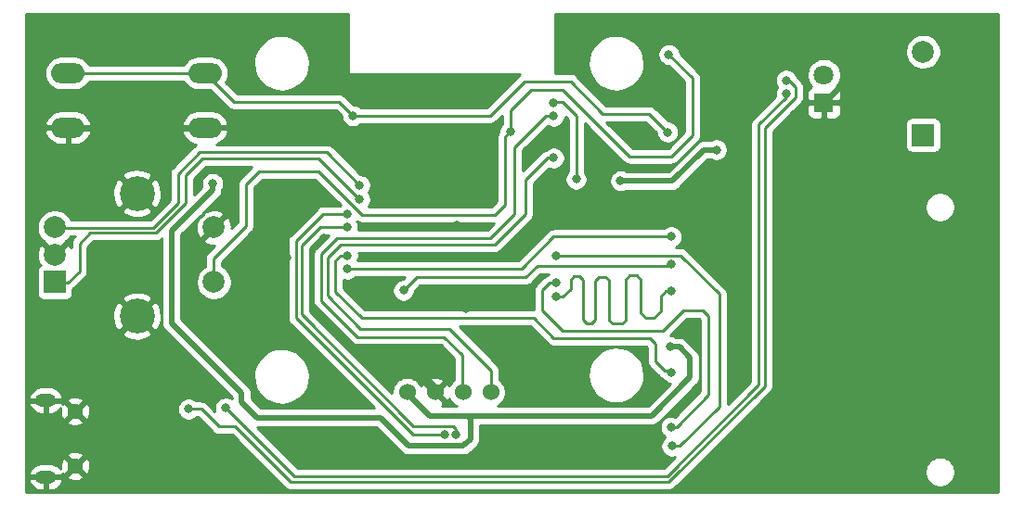
<source format=gbr>
G04 #@! TF.GenerationSoftware,KiCad,Pcbnew,(5.1.0)-1*
G04 #@! TF.CreationDate,2020-03-20T23:12:45+08:00*
G04 #@! TF.ProjectId,espcnc,65737063-6e63-42e6-9b69-6361645f7063,rev?*
G04 #@! TF.SameCoordinates,Original*
G04 #@! TF.FileFunction,Copper,L2,Bot*
G04 #@! TF.FilePolarity,Positive*
%FSLAX46Y46*%
G04 Gerber Fmt 4.6, Leading zero omitted, Abs format (unit mm)*
G04 Created by KiCad (PCBNEW (5.1.0)-1) date 2020-03-20 23:12:45*
%MOMM*%
%LPD*%
G04 APERTURE LIST*
%ADD10R,2.000000X2.000000*%
%ADD11C,2.000000*%
%ADD12C,3.200000*%
%ADD13C,1.524000*%
%ADD14O,3.048000X1.850000*%
%ADD15R,1.800000X1.800000*%
%ADD16C,1.800000*%
%ADD17O,1.900000X1.200000*%
%ADD18C,1.450000*%
%ADD19C,0.800000*%
%ADD20C,0.500000*%
%ADD21C,0.250000*%
%ADD22C,0.254000*%
G04 APERTURE END LIST*
D10*
X168300000Y-65200000D03*
D11*
X168300000Y-62700000D03*
X168300000Y-60200000D03*
D12*
X175800000Y-68300000D03*
X175800000Y-57100000D03*
D11*
X182800000Y-65200000D03*
X182800000Y-60200000D03*
D13*
X208060000Y-75250000D03*
X205520000Y-75250000D03*
X202980000Y-75250000D03*
X200440000Y-75250000D03*
D14*
X169500000Y-46100000D03*
X169500000Y-51100000D03*
X182000000Y-46100000D03*
X182000000Y-51100000D03*
D10*
X247500000Y-51750000D03*
D11*
X247500000Y-44150000D03*
D15*
X238450000Y-48800000D03*
D16*
X238450000Y-46260000D03*
D17*
X167462500Y-83000000D03*
X167462500Y-76000000D03*
D18*
X170162500Y-82000000D03*
X170162500Y-77000000D03*
D19*
X228650000Y-53100000D03*
X219900000Y-55950000D03*
X224400000Y-71100000D03*
X182700000Y-56200000D03*
X204300000Y-55300000D03*
X202300000Y-55300000D03*
X206000000Y-55300000D03*
X206000000Y-57200000D03*
X202300000Y-57200000D03*
X204300000Y-57200000D03*
X204300000Y-53300000D03*
X206000000Y-53300000D03*
X202300000Y-53300000D03*
X198575000Y-80875000D03*
X199600000Y-80900000D03*
X194036000Y-81952000D03*
X214636000Y-81952000D03*
X189450000Y-57900000D03*
X189450000Y-59600000D03*
X189500000Y-63000000D03*
X246775000Y-47000000D03*
X234900000Y-53100000D03*
X247000000Y-62000000D03*
X247000000Y-67000000D03*
X251000000Y-75000000D03*
X251000000Y-78000000D03*
X239000000Y-62000000D03*
X239000000Y-73000000D03*
X216000000Y-43000000D03*
X232000000Y-47000000D03*
X229000000Y-59000000D03*
X199000000Y-53000000D03*
X200000000Y-48000000D03*
X221000000Y-81000000D03*
X174000000Y-53000000D03*
X184000000Y-69000000D03*
X191000000Y-80000000D03*
X168000000Y-43000000D03*
X173000000Y-48000000D03*
X186000000Y-45000000D03*
X205000000Y-60000000D03*
X222700000Y-74600000D03*
X209800000Y-70300000D03*
X201000000Y-62900000D03*
X205800000Y-67600000D03*
X198785000Y-65500000D03*
X195700000Y-65300000D03*
X224200000Y-51500000D03*
X195500000Y-50000000D03*
X235000000Y-46750000D03*
X180500000Y-76800000D03*
X235000000Y-48000000D03*
X183900000Y-76700000D03*
X224527000Y-63550000D03*
X200100000Y-65950000D03*
X214000000Y-62750000D03*
X224575000Y-80175000D03*
X195000000Y-64000000D03*
X224527000Y-61050000D03*
X224550000Y-73450000D03*
X195000000Y-62750000D03*
X224527000Y-66050000D03*
X214050000Y-66550000D03*
X224500000Y-78450000D03*
X214000000Y-65250000D03*
X203850000Y-79150000D03*
X195000000Y-58950000D03*
X204850000Y-79150000D03*
X194987340Y-60187340D03*
X209850000Y-51450000D03*
X224300000Y-44400000D03*
X213800000Y-50040000D03*
X213800000Y-53850000D03*
X213750000Y-48800000D03*
X215850000Y-55800000D03*
X196100000Y-56350000D03*
X196100000Y-57650000D03*
D20*
X220465685Y-55950000D02*
X219900000Y-55950000D01*
X227500000Y-53100000D02*
X224650000Y-55950000D01*
X228650000Y-53100000D02*
X227500000Y-53100000D01*
X200350000Y-75250000D02*
X202500000Y-77400000D01*
X200440000Y-75250000D02*
X200350000Y-75250000D01*
X202500000Y-77400000D02*
X205900000Y-77400000D01*
X206200000Y-77700000D02*
X205900000Y-77400000D01*
X206200000Y-79550000D02*
X206200000Y-77700000D01*
X205650000Y-80100000D02*
X206200000Y-79550000D01*
X185350000Y-76200000D02*
X185600000Y-76450000D01*
X185350000Y-75450000D02*
X185350000Y-76200000D01*
X200550000Y-80150000D02*
X205600000Y-80150000D01*
X198000000Y-77600000D02*
X200550000Y-80150000D01*
X185500000Y-76350000D02*
X186750000Y-77600000D01*
X186750000Y-77600000D02*
X198000000Y-77600000D01*
X178950000Y-68950000D02*
X185350000Y-75350000D01*
X178950000Y-60515685D02*
X178950000Y-68950000D01*
X182700000Y-56200000D02*
X182700000Y-56765685D01*
X182700000Y-56765685D02*
X178950000Y-60515685D01*
X224650000Y-55950000D02*
X220465685Y-55950000D01*
X222750000Y-77400000D02*
X226250000Y-73900000D01*
X205900000Y-77400000D02*
X222750000Y-77400000D01*
X226250000Y-73900000D02*
X226250000Y-72100000D01*
X226250000Y-72100000D02*
X225250000Y-71100000D01*
X225250000Y-71100000D02*
X224400000Y-71100000D01*
X197498000Y-81952000D02*
X198575000Y-80875000D01*
X194036000Y-81952000D02*
X197498000Y-81952000D01*
X199575000Y-80875000D02*
X199600000Y-80900000D01*
X198575000Y-80875000D02*
X199575000Y-80875000D01*
X200652000Y-81952000D02*
X199600000Y-80900000D01*
X214636000Y-81952000D02*
X200652000Y-81952000D01*
X202980000Y-75250000D02*
X202980000Y-74830000D01*
X189450000Y-62950000D02*
X189500000Y-63000000D01*
X189450000Y-57900000D02*
X189450000Y-62950000D01*
X169500000Y-51100000D02*
X169550000Y-51050000D01*
X169550000Y-51050000D02*
X169650000Y-51150000D01*
X169650000Y-51150000D02*
X181900000Y-51150000D01*
X240300000Y-47050000D02*
X238600000Y-48750000D01*
X246775000Y-47000000D02*
X246725000Y-47050000D01*
X246725000Y-47050000D02*
X240300000Y-47050000D01*
X246775000Y-47025000D02*
X246775000Y-47000000D01*
X241099999Y-52700001D02*
X246775000Y-47025000D01*
X234900000Y-53100000D02*
X235299999Y-52700001D01*
X235299999Y-52700001D02*
X241099999Y-52700001D01*
X202980000Y-74830000D02*
X199400000Y-71250000D01*
X199400000Y-71250000D02*
X195750000Y-71250000D01*
X195750000Y-71250000D02*
X191750000Y-67250000D01*
X191750000Y-67250000D02*
X191750000Y-62186814D01*
X191750000Y-62186814D02*
X192893407Y-61043407D01*
X191750000Y-62186814D02*
X192024992Y-61911822D01*
X202300000Y-53300000D02*
X204300000Y-53300000D01*
X204300000Y-53300000D02*
X206000000Y-53300000D01*
X202300000Y-53300000D02*
X202300000Y-57200000D01*
X202300000Y-57200000D02*
X206000000Y-57200000D01*
X206000000Y-57200000D02*
X206000000Y-53300000D01*
X206000000Y-55300000D02*
X202300000Y-55300000D01*
X196450000Y-55300000D02*
X202300000Y-55300000D01*
X182000000Y-51100000D02*
X192250000Y-51100000D01*
X192250000Y-51100000D02*
X196450000Y-55300000D01*
D21*
X222500000Y-49800000D02*
X224200000Y-51500000D01*
X218300000Y-49800000D02*
X222500000Y-49800000D01*
X215350000Y-46850000D02*
X218300000Y-49800000D01*
X211150000Y-46850000D02*
X215350000Y-46850000D01*
X195500000Y-50000000D02*
X208000000Y-50000000D01*
X208000000Y-50000000D02*
X211150000Y-46850000D01*
X194250000Y-48750000D02*
X195500000Y-50000000D01*
X182000000Y-46100000D02*
X184650000Y-48750000D01*
X184650000Y-48750000D02*
X194250000Y-48750000D01*
X169500000Y-46100000D02*
X182050000Y-46100000D01*
X235250000Y-46750000D02*
X235000000Y-46750000D01*
X235850000Y-47350000D02*
X235250000Y-46750000D01*
X235850000Y-48300000D02*
X235850000Y-47350000D01*
X233050000Y-51100000D02*
X235850000Y-48300000D01*
X181650000Y-76800000D02*
X183250000Y-78400000D01*
X233050000Y-74700000D02*
X233050000Y-51100000D01*
X180500000Y-76800000D02*
X181650000Y-76800000D01*
X183250000Y-78400000D02*
X184750000Y-78400000D01*
X184750000Y-78400000D02*
X189800000Y-83450000D01*
X189800000Y-83450000D02*
X224300000Y-83450000D01*
X224300000Y-83450000D02*
X233050000Y-74700000D01*
X235000000Y-48300000D02*
X235000000Y-48000000D01*
X232500000Y-50800000D02*
X235000000Y-48300000D01*
X232500000Y-74600000D02*
X232500000Y-50800000D01*
X224150000Y-82950000D02*
X232500000Y-74600000D01*
X183900000Y-76700000D02*
X190150000Y-82950000D01*
X190150000Y-82950000D02*
X224150000Y-82950000D01*
X224377000Y-63700000D02*
X224527000Y-63550000D01*
X212300000Y-63700000D02*
X224377000Y-63700000D01*
X211250000Y-64750000D02*
X212300000Y-63700000D01*
X200100000Y-65950000D02*
X201300000Y-64750000D01*
X201300000Y-64750000D02*
X211250000Y-64750000D01*
X225275000Y-80175000D02*
X224575000Y-80175000D01*
X228900000Y-76550000D02*
X225275000Y-80175000D01*
X228900000Y-66300000D02*
X228900000Y-76550000D01*
X214000000Y-62750000D02*
X225350000Y-62750000D01*
X225350000Y-62750000D02*
X228900000Y-66300000D01*
X213800000Y-61050000D02*
X224527000Y-61050000D01*
X195000000Y-64000000D02*
X210850000Y-64000000D01*
X210850000Y-64000000D02*
X213800000Y-61050000D01*
X223950000Y-73300000D02*
X224600000Y-73300000D01*
X223100000Y-72450000D02*
X223950000Y-73300000D01*
X223100000Y-70850000D02*
X223100000Y-72450000D01*
X222550000Y-70300000D02*
X223100000Y-70850000D01*
X213800000Y-70300000D02*
X222550000Y-70300000D01*
X194400000Y-62750000D02*
X193900000Y-63250000D01*
X193900000Y-63250000D02*
X193900000Y-66100000D01*
X193900000Y-66100000D02*
X196300000Y-68500000D01*
X195000000Y-62750000D02*
X194400000Y-62750000D01*
X196300000Y-68500000D02*
X212000000Y-68500000D01*
X212000000Y-68500000D02*
X213800000Y-70300000D01*
X223550000Y-66500000D02*
X224000000Y-66050000D01*
X223550000Y-67900000D02*
X223550000Y-66500000D01*
X222200000Y-68500000D02*
X222950000Y-68500000D01*
X221750000Y-65000000D02*
X221750000Y-68050000D01*
X221350000Y-64600000D02*
X221750000Y-65000000D01*
X220350000Y-64950000D02*
X220700000Y-64600000D01*
X220350000Y-68700000D02*
X220350000Y-64950000D01*
X216150000Y-64650000D02*
X216450000Y-64950000D01*
X220700000Y-64600000D02*
X221350000Y-64600000D01*
X215650000Y-64650000D02*
X216150000Y-64650000D01*
X217250000Y-68950000D02*
X217600000Y-68600000D01*
X215350000Y-64950000D02*
X215650000Y-64650000D01*
X222950000Y-68500000D02*
X223550000Y-67900000D01*
X215350000Y-65815685D02*
X215350000Y-64950000D01*
X214050000Y-66550000D02*
X214615685Y-66550000D01*
X220050000Y-69000000D02*
X220350000Y-68700000D01*
X218850000Y-68700000D02*
X219150000Y-69000000D01*
X219150000Y-69000000D02*
X220050000Y-69000000D01*
X214615685Y-66550000D02*
X215350000Y-65815685D01*
X216450000Y-64950000D02*
X216450000Y-68600000D01*
X216450000Y-68600000D02*
X216800000Y-68950000D01*
X224000000Y-66050000D02*
X224527000Y-66050000D01*
X218850000Y-65000000D02*
X218850000Y-68700000D01*
X216800000Y-68950000D02*
X217250000Y-68950000D01*
X217600000Y-68600000D02*
X217600000Y-65050000D01*
X221750000Y-68050000D02*
X222200000Y-68500000D01*
X217600000Y-65050000D02*
X217950000Y-64700000D01*
X217950000Y-64700000D02*
X218550000Y-64700000D01*
X218550000Y-64700000D02*
X218850000Y-65000000D01*
X223750000Y-69650000D02*
X225650000Y-67750000D01*
X214600000Y-69650000D02*
X223750000Y-69650000D01*
X212750000Y-67800000D02*
X214600000Y-69650000D01*
X212750000Y-65934315D02*
X212750000Y-67800000D01*
X213434315Y-65250000D02*
X212750000Y-65934315D01*
X225650000Y-67750000D02*
X227400000Y-67750000D01*
X214000000Y-65250000D02*
X213434315Y-65250000D01*
X227400000Y-67750000D02*
X227950000Y-68300000D01*
X227950000Y-68300000D02*
X227950000Y-69950000D01*
X227950000Y-69800000D02*
X227950000Y-75500000D01*
X227950000Y-75500000D02*
X225000000Y-78450000D01*
X224500000Y-78450000D02*
X225000000Y-78450000D01*
X203850000Y-79100000D02*
X203850000Y-79150000D01*
X195000000Y-58950000D02*
X192800000Y-58950000D01*
X190300000Y-68500000D02*
X200950000Y-79150000D01*
X190300000Y-61450000D02*
X190300000Y-68500000D01*
X200950000Y-79150000D02*
X203800000Y-79150000D01*
X192800000Y-58950000D02*
X190300000Y-61450000D01*
X203800000Y-79150000D02*
X203850000Y-79100000D01*
X192550000Y-60150000D02*
X194950000Y-60150000D01*
X194950000Y-60150000D02*
X194987340Y-60187340D01*
X204850000Y-79150000D02*
X204850000Y-78584315D01*
X204850000Y-78584315D02*
X204615685Y-78350000D01*
X204615685Y-78350000D02*
X201000000Y-78350000D01*
X201000000Y-78350000D02*
X190800000Y-68150000D01*
X190800000Y-68150000D02*
X190800000Y-61900000D01*
X190800000Y-61900000D02*
X192550000Y-60150000D01*
X226450000Y-46550000D02*
X224300000Y-44400000D01*
X226450000Y-51800000D02*
X226450000Y-46550000D01*
X209850000Y-49500000D02*
X211700000Y-47650000D01*
X211700000Y-47650000D02*
X214650000Y-47650000D01*
X214650000Y-47650000D02*
X220700000Y-53700000D01*
X220700000Y-53700000D02*
X224550000Y-53700000D01*
X209850000Y-51450000D02*
X209850000Y-49500000D01*
X224550000Y-53700000D02*
X226450000Y-51800000D01*
X209400000Y-51900000D02*
X209850000Y-51450000D01*
X208450000Y-59050000D02*
X209400000Y-58100000D01*
X209400000Y-58100000D02*
X209400000Y-51900000D01*
X196350000Y-59050000D02*
X208450000Y-59050000D01*
X182750000Y-63050000D02*
X185750000Y-60050000D01*
X182750000Y-65250000D02*
X182750000Y-63050000D01*
X185750000Y-60050000D02*
X185750000Y-56250000D01*
X185750000Y-56250000D02*
X186950000Y-55050000D01*
X186950000Y-55050000D02*
X192350000Y-55050000D01*
X192350000Y-55050000D02*
X196350000Y-59050000D01*
X224300000Y-44400000D02*
X224300000Y-44400000D01*
X205450000Y-74550000D02*
X205450000Y-75350000D01*
X205450000Y-71850000D02*
X205450000Y-75200000D01*
X203800000Y-70200000D02*
X205450000Y-71850000D01*
X195900000Y-70200000D02*
X203800000Y-70200000D01*
X192600000Y-66900000D02*
X195900000Y-70200000D01*
X192600000Y-62650000D02*
X192600000Y-66900000D01*
X213060000Y-50040000D02*
X210250000Y-52850000D01*
X213800000Y-50040000D02*
X213060000Y-50040000D01*
X210250000Y-52850000D02*
X210250000Y-59000000D01*
X210250000Y-59000000D02*
X208050000Y-61200000D01*
X208050000Y-61200000D02*
X194050000Y-61200000D01*
X194050000Y-61200000D02*
X192600000Y-62650000D01*
X204300000Y-69450000D02*
X208100000Y-73250000D01*
X196200000Y-69450000D02*
X204300000Y-69450000D01*
X193200000Y-62950000D02*
X193200000Y-66450000D01*
X213234315Y-53850000D02*
X211200000Y-55884315D01*
X213800000Y-53850000D02*
X213234315Y-53850000D01*
X208100000Y-73250000D02*
X208100000Y-75200000D01*
X211200000Y-55884315D02*
X211200000Y-59000000D01*
X211200000Y-59000000D02*
X208450000Y-61750000D01*
X208450000Y-61750000D02*
X194400000Y-61750000D01*
X193200000Y-66450000D02*
X196200000Y-69450000D01*
X194400000Y-61750000D02*
X193200000Y-62950000D01*
X214600000Y-48750000D02*
X213600000Y-48750000D01*
X215850000Y-55800000D02*
X215850000Y-50000000D01*
X215850000Y-50000000D02*
X214600000Y-48750000D01*
X193100000Y-53350000D02*
X196100000Y-56350000D01*
X181500000Y-53350000D02*
X193100000Y-53350000D01*
X179550000Y-55300000D02*
X181500000Y-53350000D01*
X179550000Y-58000000D02*
X179550000Y-55300000D01*
X168250000Y-60250000D02*
X177300000Y-60250000D01*
X177300000Y-60250000D02*
X179550000Y-58000000D01*
X169500000Y-65250000D02*
X168250000Y-65250000D01*
X170550000Y-64200000D02*
X169500000Y-65250000D01*
X170550000Y-61700000D02*
X170550000Y-64200000D01*
X171549990Y-60700010D02*
X170550000Y-61700000D01*
X196100000Y-57650000D02*
X192350000Y-53900000D01*
X181800000Y-53900000D02*
X180250000Y-55450000D01*
X180250000Y-55450000D02*
X180250000Y-57950000D01*
X180250000Y-57950000D02*
X177499990Y-60700010D01*
X192350000Y-53900000D02*
X181800000Y-53900000D01*
X177499990Y-60700010D02*
X171549990Y-60700010D01*
D22*
G36*
X195073000Y-46100000D02*
G01*
X195075440Y-46124776D01*
X195082667Y-46148601D01*
X195094403Y-46170557D01*
X195110197Y-46189803D01*
X195129443Y-46205597D01*
X195151399Y-46217333D01*
X195175224Y-46224560D01*
X195200000Y-46227000D01*
X210711134Y-46227000D01*
X210609999Y-46309999D01*
X210586201Y-46338997D01*
X207685199Y-49240000D01*
X196203711Y-49240000D01*
X196159774Y-49196063D01*
X195990256Y-49082795D01*
X195801898Y-49004774D01*
X195601939Y-48965000D01*
X195539802Y-48965000D01*
X194813804Y-48239003D01*
X194790001Y-48209999D01*
X194674276Y-48115026D01*
X194542247Y-48044454D01*
X194398986Y-48000997D01*
X194287333Y-47990000D01*
X194287322Y-47990000D01*
X194250000Y-47986324D01*
X194212678Y-47990000D01*
X184964802Y-47990000D01*
X183917457Y-46942655D01*
X184047226Y-46699875D01*
X184136428Y-46405813D01*
X184166548Y-46100000D01*
X184136428Y-45794187D01*
X184047226Y-45500125D01*
X183906060Y-45236022D01*
X186420251Y-45236022D01*
X186476379Y-45736412D01*
X186628631Y-46216370D01*
X186871207Y-46657615D01*
X187194869Y-47043340D01*
X187587287Y-47358852D01*
X188033515Y-47592134D01*
X188516556Y-47734301D01*
X189018012Y-47779937D01*
X189518781Y-47727304D01*
X189999790Y-47578407D01*
X190442718Y-47338917D01*
X190830693Y-47017956D01*
X191148937Y-46627750D01*
X191385329Y-46183162D01*
X191530864Y-45701125D01*
X191580000Y-45200000D01*
X191578994Y-45127962D01*
X191515885Y-44628405D01*
X191356947Y-44150619D01*
X191108234Y-43712805D01*
X190779218Y-43331637D01*
X190382433Y-43021634D01*
X189932991Y-42794605D01*
X189448012Y-42659196D01*
X188945969Y-42620566D01*
X188445983Y-42680186D01*
X187967099Y-42835784D01*
X187527559Y-43081435D01*
X187144103Y-43407781D01*
X186831338Y-43802393D01*
X186601177Y-44250239D01*
X186462386Y-44734261D01*
X186420251Y-45236022D01*
X183906060Y-45236022D01*
X183902369Y-45229117D01*
X183707424Y-44991576D01*
X183469883Y-44796631D01*
X183198875Y-44651774D01*
X182904813Y-44562572D01*
X182675636Y-44540000D01*
X181324364Y-44540000D01*
X181095187Y-44562572D01*
X180801125Y-44651774D01*
X180530117Y-44796631D01*
X180292576Y-44991576D01*
X180097631Y-45229117D01*
X180038363Y-45340000D01*
X171461637Y-45340000D01*
X171402369Y-45229117D01*
X171207424Y-44991576D01*
X170969883Y-44796631D01*
X170698875Y-44651774D01*
X170404813Y-44562572D01*
X170175636Y-44540000D01*
X168824364Y-44540000D01*
X168595187Y-44562572D01*
X168301125Y-44651774D01*
X168030117Y-44796631D01*
X167792576Y-44991576D01*
X167597631Y-45229117D01*
X167452774Y-45500125D01*
X167363572Y-45794187D01*
X167333452Y-46100000D01*
X167363572Y-46405813D01*
X167452774Y-46699875D01*
X167597631Y-46970883D01*
X167792576Y-47208424D01*
X168030117Y-47403369D01*
X168301125Y-47548226D01*
X168595187Y-47637428D01*
X168824364Y-47660000D01*
X170175636Y-47660000D01*
X170404813Y-47637428D01*
X170698875Y-47548226D01*
X170969883Y-47403369D01*
X171207424Y-47208424D01*
X171402369Y-46970883D01*
X171461637Y-46860000D01*
X180038363Y-46860000D01*
X180097631Y-46970883D01*
X180292576Y-47208424D01*
X180530117Y-47403369D01*
X180801125Y-47548226D01*
X181095187Y-47637428D01*
X181324364Y-47660000D01*
X182485199Y-47660000D01*
X184086200Y-49261002D01*
X184109999Y-49290001D01*
X184138997Y-49313799D01*
X184225723Y-49384974D01*
X184357753Y-49455546D01*
X184501014Y-49499003D01*
X184612667Y-49510000D01*
X184612677Y-49510000D01*
X184650000Y-49513676D01*
X184687323Y-49510000D01*
X193935199Y-49510000D01*
X194465000Y-50039802D01*
X194465000Y-50101939D01*
X194504774Y-50301898D01*
X194582795Y-50490256D01*
X194696063Y-50659774D01*
X194840226Y-50803937D01*
X195009744Y-50917205D01*
X195198102Y-50995226D01*
X195398061Y-51035000D01*
X195601939Y-51035000D01*
X195801898Y-50995226D01*
X195990256Y-50917205D01*
X196159774Y-50803937D01*
X196203711Y-50760000D01*
X207962678Y-50760000D01*
X208000000Y-50763676D01*
X208037322Y-50760000D01*
X208037333Y-50760000D01*
X208148986Y-50749003D01*
X208292247Y-50705546D01*
X208424276Y-50634974D01*
X208540001Y-50540001D01*
X208563804Y-50510997D01*
X209090001Y-49984800D01*
X209090000Y-50746289D01*
X209046063Y-50790226D01*
X208932795Y-50959744D01*
X208854774Y-51148102D01*
X208815000Y-51348061D01*
X208815000Y-51414831D01*
X208765026Y-51475724D01*
X208694454Y-51607754D01*
X208681332Y-51651014D01*
X208653658Y-51742247D01*
X208650998Y-51751015D01*
X208636324Y-51900000D01*
X208640001Y-51937332D01*
X208640000Y-57785198D01*
X208135199Y-58290000D01*
X196917150Y-58290000D01*
X197017205Y-58140256D01*
X197095226Y-57951898D01*
X197135000Y-57751939D01*
X197135000Y-57548061D01*
X197095226Y-57348102D01*
X197017205Y-57159744D01*
X196910468Y-57000000D01*
X197017205Y-56840256D01*
X197095226Y-56651898D01*
X197135000Y-56451939D01*
X197135000Y-56248061D01*
X197095226Y-56048102D01*
X197017205Y-55859744D01*
X196903937Y-55690226D01*
X196759774Y-55546063D01*
X196590256Y-55432795D01*
X196401898Y-55354774D01*
X196201939Y-55315000D01*
X196139802Y-55315000D01*
X193663804Y-52839003D01*
X193640001Y-52809999D01*
X193524276Y-52715026D01*
X193392247Y-52644454D01*
X193248986Y-52600997D01*
X193137333Y-52590000D01*
X193137322Y-52590000D01*
X193100000Y-52586324D01*
X193062678Y-52590000D01*
X183066555Y-52590000D01*
X183313319Y-52492652D01*
X183571286Y-52326536D01*
X183791889Y-52113285D01*
X183966650Y-51861094D01*
X184088853Y-51579655D01*
X184114812Y-51468664D01*
X183994483Y-51227000D01*
X182127000Y-51227000D01*
X182127000Y-51247000D01*
X181873000Y-51247000D01*
X181873000Y-51227000D01*
X180005517Y-51227000D01*
X179885188Y-51468664D01*
X179911147Y-51579655D01*
X180033350Y-51861094D01*
X180208111Y-52113285D01*
X180428714Y-52326536D01*
X180686681Y-52492652D01*
X180972099Y-52605249D01*
X181202819Y-52647091D01*
X181075724Y-52715026D01*
X181075722Y-52715027D01*
X181075723Y-52715027D01*
X180988996Y-52786201D01*
X180988992Y-52786205D01*
X180959999Y-52809999D01*
X180936205Y-52838992D01*
X179038998Y-54736201D01*
X179010000Y-54759999D01*
X178986202Y-54788997D01*
X178986201Y-54788998D01*
X178915026Y-54875724D01*
X178844454Y-55007754D01*
X178823205Y-55077805D01*
X178800998Y-55151014D01*
X178798264Y-55178769D01*
X178786324Y-55300000D01*
X178790001Y-55337332D01*
X178790000Y-57685198D01*
X176985199Y-59490000D01*
X169775620Y-59490000D01*
X169748918Y-59425537D01*
X169569987Y-59157748D01*
X169342252Y-58930013D01*
X169074463Y-58751082D01*
X168861441Y-58662845D01*
X174416761Y-58662845D01*
X174584802Y-58988643D01*
X174976607Y-59189426D01*
X175400055Y-59309914D01*
X175838873Y-59345476D01*
X176276197Y-59294746D01*
X176695221Y-59159674D01*
X177015198Y-58988643D01*
X177183239Y-58662845D01*
X175800000Y-57279605D01*
X174416761Y-58662845D01*
X168861441Y-58662845D01*
X168776912Y-58627832D01*
X168461033Y-58565000D01*
X168138967Y-58565000D01*
X167823088Y-58627832D01*
X167525537Y-58751082D01*
X167257748Y-58930013D01*
X167030013Y-59157748D01*
X166851082Y-59425537D01*
X166727832Y-59723088D01*
X166665000Y-60038967D01*
X166665000Y-60361033D01*
X166727832Y-60676912D01*
X166851082Y-60974463D01*
X167030013Y-61242252D01*
X167257748Y-61469987D01*
X167354935Y-61534925D01*
X167344192Y-61564587D01*
X168300000Y-62520395D01*
X169255808Y-61564587D01*
X169245065Y-61534925D01*
X169342252Y-61469987D01*
X169569987Y-61242252D01*
X169725173Y-61010000D01*
X170165199Y-61010000D01*
X170039002Y-61136197D01*
X170009999Y-61159999D01*
X169958838Y-61222340D01*
X169915026Y-61275724D01*
X169874310Y-61351898D01*
X169844454Y-61407754D01*
X169800997Y-61551015D01*
X169790000Y-61662668D01*
X169790000Y-61662678D01*
X169786324Y-61700000D01*
X169790000Y-61737323D01*
X169790000Y-62008683D01*
X169699814Y-61839956D01*
X169435413Y-61744192D01*
X168479605Y-62700000D01*
X168493748Y-62714143D01*
X168314143Y-62893748D01*
X168300000Y-62879605D01*
X168285858Y-62893748D01*
X168106253Y-62714143D01*
X168120395Y-62700000D01*
X167164587Y-61744192D01*
X166900186Y-61839956D01*
X166759296Y-62129571D01*
X166677616Y-62441108D01*
X166658282Y-62762595D01*
X166702039Y-63081675D01*
X166807205Y-63386088D01*
X166900186Y-63560044D01*
X167049223Y-63614024D01*
X166945506Y-63669463D01*
X166848815Y-63748815D01*
X166769463Y-63845506D01*
X166710498Y-63955820D01*
X166674188Y-64075518D01*
X166661928Y-64200000D01*
X166661928Y-66200000D01*
X166674188Y-66324482D01*
X166710498Y-66444180D01*
X166769463Y-66554494D01*
X166848815Y-66651185D01*
X166945506Y-66730537D01*
X167055820Y-66789502D01*
X167175518Y-66825812D01*
X167300000Y-66838072D01*
X169300000Y-66838072D01*
X169424482Y-66825812D01*
X169544180Y-66789502D01*
X169642112Y-66737155D01*
X174416761Y-66737155D01*
X175800000Y-68120395D01*
X177183239Y-66737155D01*
X177015198Y-66411357D01*
X176623393Y-66210574D01*
X176199945Y-66090086D01*
X175761127Y-66054524D01*
X175323803Y-66105254D01*
X174904779Y-66240326D01*
X174584802Y-66411357D01*
X174416761Y-66737155D01*
X169642112Y-66737155D01*
X169654494Y-66730537D01*
X169751185Y-66651185D01*
X169830537Y-66554494D01*
X169889502Y-66444180D01*
X169925812Y-66324482D01*
X169938072Y-66200000D01*
X169938072Y-65873652D01*
X170040001Y-65790001D01*
X170063804Y-65760998D01*
X171061003Y-64763799D01*
X171090001Y-64740001D01*
X171184974Y-64624276D01*
X171255546Y-64492247D01*
X171299003Y-64348986D01*
X171310000Y-64237333D01*
X171310000Y-64237324D01*
X171313676Y-64200001D01*
X171310000Y-64162678D01*
X171310000Y-62014801D01*
X171864793Y-61460010D01*
X177462668Y-61460010D01*
X177499990Y-61463686D01*
X177537312Y-61460010D01*
X177537323Y-61460010D01*
X177648976Y-61449013D01*
X177792237Y-61405556D01*
X177924266Y-61334984D01*
X178039991Y-61240011D01*
X178063794Y-61211007D01*
X178065000Y-61209801D01*
X178065001Y-68906521D01*
X178060719Y-68950000D01*
X178077805Y-69123490D01*
X178128412Y-69290313D01*
X178210590Y-69444059D01*
X178293468Y-69545046D01*
X178293471Y-69545049D01*
X178321184Y-69578817D01*
X178354952Y-69606530D01*
X184465000Y-75716579D01*
X184465000Y-75832737D01*
X184390256Y-75782795D01*
X184201898Y-75704774D01*
X184001939Y-75665000D01*
X183798061Y-75665000D01*
X183598102Y-75704774D01*
X183409744Y-75782795D01*
X183240226Y-75896063D01*
X183096063Y-76040226D01*
X182982795Y-76209744D01*
X182904774Y-76398102D01*
X182865000Y-76598061D01*
X182865000Y-76801939D01*
X182899330Y-76974528D01*
X182213804Y-76289003D01*
X182190001Y-76259999D01*
X182074276Y-76165026D01*
X181942247Y-76094454D01*
X181798986Y-76050997D01*
X181687333Y-76040000D01*
X181687322Y-76040000D01*
X181650000Y-76036324D01*
X181612678Y-76040000D01*
X181203711Y-76040000D01*
X181159774Y-75996063D01*
X180990256Y-75882795D01*
X180801898Y-75804774D01*
X180601939Y-75765000D01*
X180398061Y-75765000D01*
X180198102Y-75804774D01*
X180009744Y-75882795D01*
X179840226Y-75996063D01*
X179696063Y-76140226D01*
X179582795Y-76309744D01*
X179504774Y-76498102D01*
X179465000Y-76698061D01*
X179465000Y-76901939D01*
X179504774Y-77101898D01*
X179582795Y-77290256D01*
X179696063Y-77459774D01*
X179840226Y-77603937D01*
X180009744Y-77717205D01*
X180198102Y-77795226D01*
X180398061Y-77835000D01*
X180601939Y-77835000D01*
X180801898Y-77795226D01*
X180990256Y-77717205D01*
X181159774Y-77603937D01*
X181203711Y-77560000D01*
X181335199Y-77560000D01*
X182686200Y-78911002D01*
X182709999Y-78940001D01*
X182825724Y-79034974D01*
X182957753Y-79105546D01*
X183101014Y-79149003D01*
X183212667Y-79160000D01*
X183212675Y-79160000D01*
X183250000Y-79163676D01*
X183287325Y-79160000D01*
X184435199Y-79160000D01*
X189236205Y-83961008D01*
X189259999Y-83990001D01*
X189288992Y-84013795D01*
X189288996Y-84013799D01*
X189359685Y-84071811D01*
X189375724Y-84084974D01*
X189507753Y-84155546D01*
X189651014Y-84199003D01*
X189762667Y-84210000D01*
X189762676Y-84210000D01*
X189799999Y-84213676D01*
X189837322Y-84210000D01*
X224262678Y-84210000D01*
X224300000Y-84213676D01*
X224337322Y-84210000D01*
X224337333Y-84210000D01*
X224448986Y-84199003D01*
X224592247Y-84155546D01*
X224724276Y-84084974D01*
X224840001Y-83990001D01*
X224863804Y-83960997D01*
X226431212Y-82393589D01*
X247642000Y-82393589D01*
X247642000Y-82666411D01*
X247695225Y-82933989D01*
X247799629Y-83186043D01*
X247951201Y-83412886D01*
X248144114Y-83605799D01*
X248370957Y-83757371D01*
X248623011Y-83861775D01*
X248890589Y-83915000D01*
X249163411Y-83915000D01*
X249430989Y-83861775D01*
X249683043Y-83757371D01*
X249909886Y-83605799D01*
X250102799Y-83412886D01*
X250254371Y-83186043D01*
X250358775Y-82933989D01*
X250412000Y-82666411D01*
X250412000Y-82393589D01*
X250358775Y-82126011D01*
X250254371Y-81873957D01*
X250102799Y-81647114D01*
X249909886Y-81454201D01*
X249683043Y-81302629D01*
X249430989Y-81198225D01*
X249163411Y-81145000D01*
X248890589Y-81145000D01*
X248623011Y-81198225D01*
X248370957Y-81302629D01*
X248144114Y-81454201D01*
X247951201Y-81647114D01*
X247799629Y-81873957D01*
X247695225Y-82126011D01*
X247642000Y-82393589D01*
X226431212Y-82393589D01*
X233561004Y-75263798D01*
X233590001Y-75240001D01*
X233684974Y-75124276D01*
X233755546Y-74992247D01*
X233799003Y-74848986D01*
X233810000Y-74737333D01*
X233810000Y-74737325D01*
X233813676Y-74700000D01*
X233810000Y-74662675D01*
X233810000Y-58193589D01*
X247642000Y-58193589D01*
X247642000Y-58466411D01*
X247695225Y-58733989D01*
X247799629Y-58986043D01*
X247951201Y-59212886D01*
X248144114Y-59405799D01*
X248370957Y-59557371D01*
X248623011Y-59661775D01*
X248890589Y-59715000D01*
X249163411Y-59715000D01*
X249430989Y-59661775D01*
X249683043Y-59557371D01*
X249909886Y-59405799D01*
X250102799Y-59212886D01*
X250254371Y-58986043D01*
X250358775Y-58733989D01*
X250412000Y-58466411D01*
X250412000Y-58193589D01*
X250358775Y-57926011D01*
X250254371Y-57673957D01*
X250102799Y-57447114D01*
X249909886Y-57254201D01*
X249683043Y-57102629D01*
X249430989Y-56998225D01*
X249163411Y-56945000D01*
X248890589Y-56945000D01*
X248623011Y-56998225D01*
X248370957Y-57102629D01*
X248144114Y-57254201D01*
X247951201Y-57447114D01*
X247799629Y-57673957D01*
X247695225Y-57926011D01*
X247642000Y-58193589D01*
X233810000Y-58193589D01*
X233810000Y-51414801D01*
X234474801Y-50750000D01*
X245861928Y-50750000D01*
X245861928Y-52750000D01*
X245874188Y-52874482D01*
X245910498Y-52994180D01*
X245969463Y-53104494D01*
X246048815Y-53201185D01*
X246145506Y-53280537D01*
X246255820Y-53339502D01*
X246375518Y-53375812D01*
X246500000Y-53388072D01*
X248500000Y-53388072D01*
X248624482Y-53375812D01*
X248744180Y-53339502D01*
X248854494Y-53280537D01*
X248951185Y-53201185D01*
X249030537Y-53104494D01*
X249089502Y-52994180D01*
X249125812Y-52874482D01*
X249138072Y-52750000D01*
X249138072Y-50750000D01*
X249125812Y-50625518D01*
X249089502Y-50505820D01*
X249030537Y-50395506D01*
X248951185Y-50298815D01*
X248854494Y-50219463D01*
X248744180Y-50160498D01*
X248624482Y-50124188D01*
X248500000Y-50111928D01*
X246500000Y-50111928D01*
X246375518Y-50124188D01*
X246255820Y-50160498D01*
X246145506Y-50219463D01*
X246048815Y-50298815D01*
X245969463Y-50395506D01*
X245910498Y-50505820D01*
X245874188Y-50625518D01*
X245861928Y-50750000D01*
X234474801Y-50750000D01*
X235524801Y-49700000D01*
X236911928Y-49700000D01*
X236924188Y-49824482D01*
X236960498Y-49944180D01*
X237019463Y-50054494D01*
X237098815Y-50151185D01*
X237195506Y-50230537D01*
X237305820Y-50289502D01*
X237425518Y-50325812D01*
X237550000Y-50338072D01*
X238164250Y-50335000D01*
X238323000Y-50176250D01*
X238323000Y-48927000D01*
X238577000Y-48927000D01*
X238577000Y-50176250D01*
X238735750Y-50335000D01*
X239350000Y-50338072D01*
X239474482Y-50325812D01*
X239594180Y-50289502D01*
X239704494Y-50230537D01*
X239801185Y-50151185D01*
X239880537Y-50054494D01*
X239939502Y-49944180D01*
X239975812Y-49824482D01*
X239988072Y-49700000D01*
X239985000Y-49085750D01*
X239826250Y-48927000D01*
X238577000Y-48927000D01*
X238323000Y-48927000D01*
X237073750Y-48927000D01*
X236915000Y-49085750D01*
X236911928Y-49700000D01*
X235524801Y-49700000D01*
X236361004Y-48863798D01*
X236390001Y-48840001D01*
X236419598Y-48803937D01*
X236484974Y-48724277D01*
X236555546Y-48592247D01*
X236555546Y-48592246D01*
X236599003Y-48448986D01*
X236610000Y-48337333D01*
X236610000Y-48337323D01*
X236613676Y-48300000D01*
X236610000Y-48262677D01*
X236610000Y-47900000D01*
X236911928Y-47900000D01*
X236915000Y-48514250D01*
X237073750Y-48673000D01*
X238323000Y-48673000D01*
X238323000Y-48653000D01*
X238577000Y-48653000D01*
X238577000Y-48673000D01*
X239826250Y-48673000D01*
X239985000Y-48514250D01*
X239988072Y-47900000D01*
X239975812Y-47775518D01*
X239939502Y-47655820D01*
X239880537Y-47545506D01*
X239801185Y-47448815D01*
X239704494Y-47369463D01*
X239594180Y-47310498D01*
X239575873Y-47304944D01*
X239642312Y-47238505D01*
X239810299Y-46987095D01*
X239926011Y-46707743D01*
X239985000Y-46411184D01*
X239985000Y-46108816D01*
X239926011Y-45812257D01*
X239810299Y-45532905D01*
X239642312Y-45281495D01*
X239428505Y-45067688D01*
X239177095Y-44899701D01*
X238897743Y-44783989D01*
X238601184Y-44725000D01*
X238298816Y-44725000D01*
X238002257Y-44783989D01*
X237722905Y-44899701D01*
X237471495Y-45067688D01*
X237257688Y-45281495D01*
X237089701Y-45532905D01*
X236973989Y-45812257D01*
X236915000Y-46108816D01*
X236915000Y-46411184D01*
X236973989Y-46707743D01*
X237089701Y-46987095D01*
X237257688Y-47238505D01*
X237324127Y-47304944D01*
X237305820Y-47310498D01*
X237195506Y-47369463D01*
X237098815Y-47448815D01*
X237019463Y-47545506D01*
X236960498Y-47655820D01*
X236924188Y-47775518D01*
X236911928Y-47900000D01*
X236610000Y-47900000D01*
X236610000Y-47387322D01*
X236613676Y-47349999D01*
X236610000Y-47312676D01*
X236610000Y-47312667D01*
X236599003Y-47201014D01*
X236555546Y-47057753D01*
X236524134Y-46998986D01*
X236484974Y-46925723D01*
X236413799Y-46838997D01*
X236390001Y-46809999D01*
X236361002Y-46786200D01*
X235975655Y-46400854D01*
X235917205Y-46259744D01*
X235803937Y-46090226D01*
X235659774Y-45946063D01*
X235490256Y-45832795D01*
X235301898Y-45754774D01*
X235101939Y-45715000D01*
X234898061Y-45715000D01*
X234698102Y-45754774D01*
X234509744Y-45832795D01*
X234340226Y-45946063D01*
X234196063Y-46090226D01*
X234082795Y-46259744D01*
X234004774Y-46448102D01*
X233965000Y-46648061D01*
X233965000Y-46851939D01*
X234004774Y-47051898D01*
X234082795Y-47240256D01*
X234172828Y-47375000D01*
X234082795Y-47509744D01*
X234004774Y-47698102D01*
X233965000Y-47898061D01*
X233965000Y-48101939D01*
X233991257Y-48233941D01*
X231988998Y-50236201D01*
X231960000Y-50259999D01*
X231936202Y-50288997D01*
X231936201Y-50288998D01*
X231865026Y-50375724D01*
X231794454Y-50507754D01*
X231769810Y-50588998D01*
X231750998Y-50651014D01*
X231746075Y-50700998D01*
X231736324Y-50800000D01*
X231740001Y-50837333D01*
X231740000Y-74285198D01*
X229660000Y-76365198D01*
X229660000Y-66337322D01*
X229663676Y-66299999D01*
X229660000Y-66262676D01*
X229660000Y-66262667D01*
X229649003Y-66151014D01*
X229605546Y-66007753D01*
X229587752Y-65974463D01*
X229534974Y-65875723D01*
X229463799Y-65788997D01*
X229440001Y-65759999D01*
X229411004Y-65736202D01*
X225913804Y-62239003D01*
X225890001Y-62209999D01*
X225774276Y-62115026D01*
X225642247Y-62044454D01*
X225498986Y-62000997D01*
X225387333Y-61990000D01*
X225387322Y-61990000D01*
X225350000Y-61986324D01*
X225312678Y-61990000D01*
X224962224Y-61990000D01*
X225017256Y-61967205D01*
X225186774Y-61853937D01*
X225330937Y-61709774D01*
X225444205Y-61540256D01*
X225522226Y-61351898D01*
X225562000Y-61151939D01*
X225562000Y-60948061D01*
X225522226Y-60748102D01*
X225444205Y-60559744D01*
X225330937Y-60390226D01*
X225186774Y-60246063D01*
X225017256Y-60132795D01*
X224828898Y-60054774D01*
X224628939Y-60015000D01*
X224425061Y-60015000D01*
X224225102Y-60054774D01*
X224036744Y-60132795D01*
X223867226Y-60246063D01*
X223823289Y-60290000D01*
X213837322Y-60290000D01*
X213799999Y-60286324D01*
X213762677Y-60290000D01*
X213762667Y-60290000D01*
X213651014Y-60300997D01*
X213515200Y-60342195D01*
X213507753Y-60344454D01*
X213375723Y-60415026D01*
X213297057Y-60479586D01*
X213259999Y-60509999D01*
X213236201Y-60538997D01*
X210535199Y-63240000D01*
X195917311Y-63240000D01*
X195995226Y-63051898D01*
X196035000Y-62851939D01*
X196035000Y-62648061D01*
X196007538Y-62510000D01*
X208412678Y-62510000D01*
X208450000Y-62513676D01*
X208487322Y-62510000D01*
X208487333Y-62510000D01*
X208598986Y-62499003D01*
X208742247Y-62455546D01*
X208874276Y-62384974D01*
X208990001Y-62290001D01*
X209013804Y-62260997D01*
X211711003Y-59563799D01*
X211740001Y-59540001D01*
X211834974Y-59424276D01*
X211905546Y-59292247D01*
X211949003Y-59148986D01*
X211960000Y-59037333D01*
X211960000Y-59037324D01*
X211963676Y-59000001D01*
X211960000Y-58962678D01*
X211960000Y-56199116D01*
X213367845Y-54791272D01*
X213498102Y-54845226D01*
X213698061Y-54885000D01*
X213901939Y-54885000D01*
X214101898Y-54845226D01*
X214290256Y-54767205D01*
X214459774Y-54653937D01*
X214603937Y-54509774D01*
X214717205Y-54340256D01*
X214795226Y-54151898D01*
X214835000Y-53951939D01*
X214835000Y-53748061D01*
X214795226Y-53548102D01*
X214717205Y-53359744D01*
X214603937Y-53190226D01*
X214459774Y-53046063D01*
X214290256Y-52932795D01*
X214101898Y-52854774D01*
X213901939Y-52815000D01*
X213698061Y-52815000D01*
X213498102Y-52854774D01*
X213309744Y-52932795D01*
X213140226Y-53046063D01*
X213085276Y-53101013D01*
X212942068Y-53144454D01*
X212810039Y-53215026D01*
X212694314Y-53309999D01*
X212670516Y-53338997D01*
X211010000Y-54999514D01*
X211010000Y-53164801D01*
X213254506Y-50920296D01*
X213309744Y-50957205D01*
X213498102Y-51035226D01*
X213698061Y-51075000D01*
X213901939Y-51075000D01*
X214101898Y-51035226D01*
X214290256Y-50957205D01*
X214459774Y-50843937D01*
X214603937Y-50699774D01*
X214717205Y-50530256D01*
X214795226Y-50341898D01*
X214835000Y-50141939D01*
X214835000Y-50059802D01*
X215090001Y-50314803D01*
X215090000Y-55096289D01*
X215046063Y-55140226D01*
X214932795Y-55309744D01*
X214854774Y-55498102D01*
X214815000Y-55698061D01*
X214815000Y-55901939D01*
X214854774Y-56101898D01*
X214932795Y-56290256D01*
X215046063Y-56459774D01*
X215190226Y-56603937D01*
X215359744Y-56717205D01*
X215548102Y-56795226D01*
X215748061Y-56835000D01*
X215951939Y-56835000D01*
X216151898Y-56795226D01*
X216340256Y-56717205D01*
X216509774Y-56603937D01*
X216653937Y-56459774D01*
X216767205Y-56290256D01*
X216845226Y-56101898D01*
X216885000Y-55901939D01*
X216885000Y-55848061D01*
X218865000Y-55848061D01*
X218865000Y-56051939D01*
X218904774Y-56251898D01*
X218982795Y-56440256D01*
X219096063Y-56609774D01*
X219240226Y-56753937D01*
X219409744Y-56867205D01*
X219598102Y-56945226D01*
X219798061Y-56985000D01*
X220001939Y-56985000D01*
X220201898Y-56945226D01*
X220390256Y-56867205D01*
X220438454Y-56835000D01*
X224606531Y-56835000D01*
X224650000Y-56839281D01*
X224693469Y-56835000D01*
X224693477Y-56835000D01*
X224823490Y-56822195D01*
X224990313Y-56771589D01*
X225144059Y-56689411D01*
X225278817Y-56578817D01*
X225306534Y-56545044D01*
X227866579Y-53985000D01*
X228111546Y-53985000D01*
X228159744Y-54017205D01*
X228348102Y-54095226D01*
X228548061Y-54135000D01*
X228751939Y-54135000D01*
X228951898Y-54095226D01*
X229140256Y-54017205D01*
X229309774Y-53903937D01*
X229453937Y-53759774D01*
X229567205Y-53590256D01*
X229645226Y-53401898D01*
X229685000Y-53201939D01*
X229685000Y-52998061D01*
X229645226Y-52798102D01*
X229567205Y-52609744D01*
X229453937Y-52440226D01*
X229309774Y-52296063D01*
X229140256Y-52182795D01*
X228951898Y-52104774D01*
X228751939Y-52065000D01*
X228548061Y-52065000D01*
X228348102Y-52104774D01*
X228159744Y-52182795D01*
X228111546Y-52215000D01*
X227543469Y-52215000D01*
X227500000Y-52210719D01*
X227456531Y-52215000D01*
X227456523Y-52215000D01*
X227326510Y-52227805D01*
X227159686Y-52278411D01*
X227005941Y-52360589D01*
X226904953Y-52443468D01*
X226904951Y-52443470D01*
X226871183Y-52471183D01*
X226843470Y-52504951D01*
X224283422Y-55065000D01*
X220438454Y-55065000D01*
X220390256Y-55032795D01*
X220201898Y-54954774D01*
X220001939Y-54915000D01*
X219798061Y-54915000D01*
X219598102Y-54954774D01*
X219409744Y-55032795D01*
X219240226Y-55146063D01*
X219096063Y-55290226D01*
X218982795Y-55459744D01*
X218904774Y-55648102D01*
X218865000Y-55848061D01*
X216885000Y-55848061D01*
X216885000Y-55698061D01*
X216845226Y-55498102D01*
X216767205Y-55309744D01*
X216653937Y-55140226D01*
X216610000Y-55096289D01*
X216610000Y-50684801D01*
X220136201Y-54211003D01*
X220159999Y-54240001D01*
X220188997Y-54263799D01*
X220275723Y-54334974D01*
X220378671Y-54390001D01*
X220407753Y-54405546D01*
X220551014Y-54449003D01*
X220662667Y-54460000D01*
X220662676Y-54460000D01*
X220699999Y-54463676D01*
X220737322Y-54460000D01*
X224512678Y-54460000D01*
X224550000Y-54463676D01*
X224587322Y-54460000D01*
X224587333Y-54460000D01*
X224698986Y-54449003D01*
X224842247Y-54405546D01*
X224974276Y-54334974D01*
X225090001Y-54240001D01*
X225113804Y-54210997D01*
X226961004Y-52363798D01*
X226990001Y-52340001D01*
X227084974Y-52224276D01*
X227155546Y-52092247D01*
X227199003Y-51948986D01*
X227210000Y-51837333D01*
X227210000Y-51837325D01*
X227213676Y-51800000D01*
X227210000Y-51762675D01*
X227210000Y-46587322D01*
X227213676Y-46549999D01*
X227210000Y-46512676D01*
X227210000Y-46512667D01*
X227199003Y-46401014D01*
X227155546Y-46257753D01*
X227084974Y-46125724D01*
X226990001Y-46009999D01*
X226961003Y-45986201D01*
X225335000Y-44360199D01*
X225335000Y-44298061D01*
X225295226Y-44098102D01*
X225250021Y-43988967D01*
X245865000Y-43988967D01*
X245865000Y-44311033D01*
X245927832Y-44626912D01*
X246051082Y-44924463D01*
X246230013Y-45192252D01*
X246457748Y-45419987D01*
X246725537Y-45598918D01*
X247023088Y-45722168D01*
X247338967Y-45785000D01*
X247661033Y-45785000D01*
X247976912Y-45722168D01*
X248274463Y-45598918D01*
X248542252Y-45419987D01*
X248769987Y-45192252D01*
X248948918Y-44924463D01*
X249072168Y-44626912D01*
X249135000Y-44311033D01*
X249135000Y-43988967D01*
X249072168Y-43673088D01*
X248948918Y-43375537D01*
X248769987Y-43107748D01*
X248542252Y-42880013D01*
X248274463Y-42701082D01*
X247976912Y-42577832D01*
X247661033Y-42515000D01*
X247338967Y-42515000D01*
X247023088Y-42577832D01*
X246725537Y-42701082D01*
X246457748Y-42880013D01*
X246230013Y-43107748D01*
X246051082Y-43375537D01*
X245927832Y-43673088D01*
X245865000Y-43988967D01*
X225250021Y-43988967D01*
X225217205Y-43909744D01*
X225103937Y-43740226D01*
X224959774Y-43596063D01*
X224790256Y-43482795D01*
X224601898Y-43404774D01*
X224401939Y-43365000D01*
X224198061Y-43365000D01*
X223998102Y-43404774D01*
X223809744Y-43482795D01*
X223640226Y-43596063D01*
X223496063Y-43740226D01*
X223382795Y-43909744D01*
X223304774Y-44098102D01*
X223265000Y-44298061D01*
X223265000Y-44501939D01*
X223304774Y-44701898D01*
X223382795Y-44890256D01*
X223496063Y-45059774D01*
X223640226Y-45203937D01*
X223809744Y-45317205D01*
X223998102Y-45395226D01*
X224198061Y-45435000D01*
X224260199Y-45435000D01*
X225690001Y-46864803D01*
X225690000Y-51485198D01*
X224235199Y-52940000D01*
X221014802Y-52940000D01*
X218634802Y-50560000D01*
X222185199Y-50560000D01*
X223165000Y-51539802D01*
X223165000Y-51601939D01*
X223204774Y-51801898D01*
X223282795Y-51990256D01*
X223396063Y-52159774D01*
X223540226Y-52303937D01*
X223709744Y-52417205D01*
X223898102Y-52495226D01*
X224098061Y-52535000D01*
X224301939Y-52535000D01*
X224501898Y-52495226D01*
X224690256Y-52417205D01*
X224859774Y-52303937D01*
X225003937Y-52159774D01*
X225117205Y-51990256D01*
X225195226Y-51801898D01*
X225235000Y-51601939D01*
X225235000Y-51398061D01*
X225195226Y-51198102D01*
X225117205Y-51009744D01*
X225003937Y-50840226D01*
X224859774Y-50696063D01*
X224690256Y-50582795D01*
X224501898Y-50504774D01*
X224301939Y-50465000D01*
X224239802Y-50465000D01*
X223063804Y-49289003D01*
X223040001Y-49259999D01*
X222924276Y-49165026D01*
X222792247Y-49094454D01*
X222648986Y-49050997D01*
X222537333Y-49040000D01*
X222537322Y-49040000D01*
X222500000Y-49036324D01*
X222462678Y-49040000D01*
X218614802Y-49040000D01*
X215913804Y-46339003D01*
X215890001Y-46309999D01*
X215774276Y-46215026D01*
X215642247Y-46144454D01*
X215498986Y-46100997D01*
X215387333Y-46090000D01*
X215387322Y-46090000D01*
X215350000Y-46086324D01*
X215312678Y-46090000D01*
X213927000Y-46090000D01*
X213927000Y-45236022D01*
X216920251Y-45236022D01*
X216976379Y-45736412D01*
X217128631Y-46216370D01*
X217371207Y-46657615D01*
X217694869Y-47043340D01*
X218087287Y-47358852D01*
X218533515Y-47592134D01*
X219016556Y-47734301D01*
X219518012Y-47779937D01*
X220018781Y-47727304D01*
X220499790Y-47578407D01*
X220942718Y-47338917D01*
X221330693Y-47017956D01*
X221648937Y-46627750D01*
X221885329Y-46183162D01*
X222030864Y-45701125D01*
X222080000Y-45200000D01*
X222078994Y-45127962D01*
X222015885Y-44628405D01*
X221856947Y-44150619D01*
X221608234Y-43712805D01*
X221279218Y-43331637D01*
X220882433Y-43021634D01*
X220432991Y-42794605D01*
X219948012Y-42659196D01*
X219445969Y-42620566D01*
X218945983Y-42680186D01*
X218467099Y-42835784D01*
X218027559Y-43081435D01*
X217644103Y-43407781D01*
X217331338Y-43802393D01*
X217101177Y-44250239D01*
X216962386Y-44734261D01*
X216920251Y-45236022D01*
X213927000Y-45236022D01*
X213927000Y-40660000D01*
X254340000Y-40660000D01*
X254340001Y-84340000D01*
X165660000Y-84340000D01*
X165660000Y-83317609D01*
X165919038Y-83317609D01*
X165922909Y-83355282D01*
X166015079Y-83580533D01*
X166149422Y-83783474D01*
X166320775Y-83956307D01*
X166522554Y-84092390D01*
X166747004Y-84186493D01*
X166985500Y-84235000D01*
X167335500Y-84235000D01*
X167335500Y-83127000D01*
X167589500Y-83127000D01*
X167589500Y-84235000D01*
X167939500Y-84235000D01*
X168177996Y-84186493D01*
X168402446Y-84092390D01*
X168604225Y-83956307D01*
X168775578Y-83783474D01*
X168909921Y-83580533D01*
X169002091Y-83355282D01*
X169005962Y-83317609D01*
X168881231Y-83127000D01*
X167589500Y-83127000D01*
X167335500Y-83127000D01*
X166043769Y-83127000D01*
X165919038Y-83317609D01*
X165660000Y-83317609D01*
X165660000Y-82939133D01*
X169402972Y-82939133D01*
X169465465Y-83175450D01*
X169708178Y-83288850D01*
X169968349Y-83352719D01*
X170235982Y-83364604D01*
X170500791Y-83324048D01*
X170752600Y-83232609D01*
X170859535Y-83175450D01*
X170922028Y-82939133D01*
X170162500Y-82179605D01*
X169402972Y-82939133D01*
X165660000Y-82939133D01*
X165660000Y-82682391D01*
X165919038Y-82682391D01*
X166043769Y-82873000D01*
X167335500Y-82873000D01*
X167335500Y-82853000D01*
X167589500Y-82853000D01*
X167589500Y-82873000D01*
X168881231Y-82873000D01*
X168995003Y-82699138D01*
X169223367Y-82759528D01*
X169982895Y-82000000D01*
X170342105Y-82000000D01*
X171101633Y-82759528D01*
X171337950Y-82697035D01*
X171451350Y-82454322D01*
X171515219Y-82194151D01*
X171527104Y-81926518D01*
X171486548Y-81661709D01*
X171395109Y-81409900D01*
X171337950Y-81302965D01*
X171101633Y-81240472D01*
X170342105Y-82000000D01*
X169982895Y-82000000D01*
X169223367Y-81240472D01*
X168987050Y-81302965D01*
X168873650Y-81545678D01*
X168809781Y-81805849D01*
X168797896Y-82073482D01*
X168833115Y-82303442D01*
X168775578Y-82216526D01*
X168604225Y-82043693D01*
X168402446Y-81907610D01*
X168177996Y-81813507D01*
X167939500Y-81765000D01*
X166985500Y-81765000D01*
X166747004Y-81813507D01*
X166522554Y-81907610D01*
X166320775Y-82043693D01*
X166149422Y-82216526D01*
X166015079Y-82419467D01*
X165922909Y-82644718D01*
X165919038Y-82682391D01*
X165660000Y-82682391D01*
X165660000Y-81060867D01*
X169402972Y-81060867D01*
X170162500Y-81820395D01*
X170922028Y-81060867D01*
X170859535Y-80824550D01*
X170616822Y-80711150D01*
X170356651Y-80647281D01*
X170089018Y-80635396D01*
X169824209Y-80675952D01*
X169572400Y-80767391D01*
X169465465Y-80824550D01*
X169402972Y-81060867D01*
X165660000Y-81060867D01*
X165660000Y-77939133D01*
X169402972Y-77939133D01*
X169465465Y-78175450D01*
X169708178Y-78288850D01*
X169968349Y-78352719D01*
X170235982Y-78364604D01*
X170500791Y-78324048D01*
X170752600Y-78232609D01*
X170859535Y-78175450D01*
X170922028Y-77939133D01*
X170162500Y-77179605D01*
X169402972Y-77939133D01*
X165660000Y-77939133D01*
X165660000Y-76317609D01*
X165919038Y-76317609D01*
X165922909Y-76355282D01*
X166015079Y-76580533D01*
X166149422Y-76783474D01*
X166320775Y-76956307D01*
X166522554Y-77092390D01*
X166747004Y-77186493D01*
X166985500Y-77235000D01*
X167335500Y-77235000D01*
X167335500Y-76127000D01*
X167589500Y-76127000D01*
X167589500Y-77235000D01*
X167939500Y-77235000D01*
X168177996Y-77186493D01*
X168402446Y-77092390D01*
X168604225Y-76956307D01*
X168775578Y-76783474D01*
X168838671Y-76688164D01*
X168809781Y-76805849D01*
X168797896Y-77073482D01*
X168838452Y-77338291D01*
X168929891Y-77590100D01*
X168987050Y-77697035D01*
X169223367Y-77759528D01*
X169982895Y-77000000D01*
X170342105Y-77000000D01*
X171101633Y-77759528D01*
X171337950Y-77697035D01*
X171451350Y-77454322D01*
X171515219Y-77194151D01*
X171527104Y-76926518D01*
X171486548Y-76661709D01*
X171395109Y-76409900D01*
X171337950Y-76302965D01*
X171101633Y-76240472D01*
X170342105Y-77000000D01*
X169982895Y-77000000D01*
X169223367Y-76240472D01*
X168995003Y-76300862D01*
X168881231Y-76127000D01*
X167589500Y-76127000D01*
X167335500Y-76127000D01*
X166043769Y-76127000D01*
X165919038Y-76317609D01*
X165660000Y-76317609D01*
X165660000Y-76060867D01*
X169402972Y-76060867D01*
X170162500Y-76820395D01*
X170922028Y-76060867D01*
X170859535Y-75824550D01*
X170616822Y-75711150D01*
X170356651Y-75647281D01*
X170089018Y-75635396D01*
X169824209Y-75675952D01*
X169572400Y-75767391D01*
X169465465Y-75824550D01*
X169402972Y-76060867D01*
X165660000Y-76060867D01*
X165660000Y-75682391D01*
X165919038Y-75682391D01*
X166043769Y-75873000D01*
X167335500Y-75873000D01*
X167335500Y-75853000D01*
X167589500Y-75853000D01*
X167589500Y-75873000D01*
X168881231Y-75873000D01*
X169005962Y-75682391D01*
X169002091Y-75644718D01*
X168909921Y-75419467D01*
X168775578Y-75216526D01*
X168604225Y-75043693D01*
X168402446Y-74907610D01*
X168177996Y-74813507D01*
X167939500Y-74765000D01*
X166985500Y-74765000D01*
X166747004Y-74813507D01*
X166522554Y-74907610D01*
X166320775Y-75043693D01*
X166149422Y-75216526D01*
X166015079Y-75419467D01*
X165922909Y-75644718D01*
X165919038Y-75682391D01*
X165660000Y-75682391D01*
X165660000Y-69862845D01*
X174416761Y-69862845D01*
X174584802Y-70188643D01*
X174976607Y-70389426D01*
X175400055Y-70509914D01*
X175838873Y-70545476D01*
X176276197Y-70494746D01*
X176695221Y-70359674D01*
X177015198Y-70188643D01*
X177183239Y-69862845D01*
X175800000Y-68479605D01*
X174416761Y-69862845D01*
X165660000Y-69862845D01*
X165660000Y-68338873D01*
X173554524Y-68338873D01*
X173605254Y-68776197D01*
X173740326Y-69195221D01*
X173911357Y-69515198D01*
X174237155Y-69683239D01*
X175620395Y-68300000D01*
X175979605Y-68300000D01*
X177362845Y-69683239D01*
X177688643Y-69515198D01*
X177889426Y-69123393D01*
X178009914Y-68699945D01*
X178045476Y-68261127D01*
X177994746Y-67823803D01*
X177859674Y-67404779D01*
X177688643Y-67084802D01*
X177362845Y-66916761D01*
X175979605Y-68300000D01*
X175620395Y-68300000D01*
X174237155Y-66916761D01*
X173911357Y-67084802D01*
X173710574Y-67476607D01*
X173590086Y-67900055D01*
X173554524Y-68338873D01*
X165660000Y-68338873D01*
X165660000Y-57138873D01*
X173554524Y-57138873D01*
X173605254Y-57576197D01*
X173740326Y-57995221D01*
X173911357Y-58315198D01*
X174237155Y-58483239D01*
X175620395Y-57100000D01*
X175979605Y-57100000D01*
X177362845Y-58483239D01*
X177688643Y-58315198D01*
X177889426Y-57923393D01*
X178009914Y-57499945D01*
X178045476Y-57061127D01*
X177994746Y-56623803D01*
X177859674Y-56204779D01*
X177688643Y-55884802D01*
X177362845Y-55716761D01*
X175979605Y-57100000D01*
X175620395Y-57100000D01*
X174237155Y-55716761D01*
X173911357Y-55884802D01*
X173710574Y-56276607D01*
X173590086Y-56700055D01*
X173554524Y-57138873D01*
X165660000Y-57138873D01*
X165660000Y-55537155D01*
X174416761Y-55537155D01*
X175800000Y-56920395D01*
X177183239Y-55537155D01*
X177015198Y-55211357D01*
X176623393Y-55010574D01*
X176199945Y-54890086D01*
X175761127Y-54854524D01*
X175323803Y-54905254D01*
X174904779Y-55040326D01*
X174584802Y-55211357D01*
X174416761Y-55537155D01*
X165660000Y-55537155D01*
X165660000Y-51468664D01*
X167385188Y-51468664D01*
X167411147Y-51579655D01*
X167533350Y-51861094D01*
X167708111Y-52113285D01*
X167928714Y-52326536D01*
X168186681Y-52492652D01*
X168472099Y-52605249D01*
X168774000Y-52660000D01*
X169373000Y-52660000D01*
X169373000Y-51227000D01*
X169627000Y-51227000D01*
X169627000Y-52660000D01*
X170226000Y-52660000D01*
X170527901Y-52605249D01*
X170813319Y-52492652D01*
X171071286Y-52326536D01*
X171291889Y-52113285D01*
X171466650Y-51861094D01*
X171588853Y-51579655D01*
X171614812Y-51468664D01*
X171494483Y-51227000D01*
X169627000Y-51227000D01*
X169373000Y-51227000D01*
X167505517Y-51227000D01*
X167385188Y-51468664D01*
X165660000Y-51468664D01*
X165660000Y-50731336D01*
X167385188Y-50731336D01*
X167505517Y-50973000D01*
X169373000Y-50973000D01*
X169373000Y-50953000D01*
X169627000Y-50953000D01*
X169627000Y-50973000D01*
X171494483Y-50973000D01*
X171614812Y-50731336D01*
X179885188Y-50731336D01*
X180005517Y-50973000D01*
X181873000Y-50973000D01*
X181873000Y-50953000D01*
X182127000Y-50953000D01*
X182127000Y-50973000D01*
X183994483Y-50973000D01*
X184114812Y-50731336D01*
X184088853Y-50620345D01*
X183966650Y-50338906D01*
X183791889Y-50086715D01*
X183571286Y-49873464D01*
X183313319Y-49707348D01*
X183027901Y-49594751D01*
X182726000Y-49540000D01*
X181274000Y-49540000D01*
X180972099Y-49594751D01*
X180686681Y-49707348D01*
X180428714Y-49873464D01*
X180208111Y-50086715D01*
X180033350Y-50338906D01*
X179911147Y-50620345D01*
X179885188Y-50731336D01*
X171614812Y-50731336D01*
X171588853Y-50620345D01*
X171466650Y-50338906D01*
X171291889Y-50086715D01*
X171071286Y-49873464D01*
X170813319Y-49707348D01*
X170527901Y-49594751D01*
X170226000Y-49540000D01*
X168774000Y-49540000D01*
X168472099Y-49594751D01*
X168186681Y-49707348D01*
X167928714Y-49873464D01*
X167708111Y-50086715D01*
X167533350Y-50338906D01*
X167411147Y-50620345D01*
X167385188Y-50731336D01*
X165660000Y-50731336D01*
X165660000Y-40660000D01*
X195073000Y-40660000D01*
X195073000Y-46100000D01*
X195073000Y-46100000D01*
G37*
X195073000Y-46100000D02*
X195075440Y-46124776D01*
X195082667Y-46148601D01*
X195094403Y-46170557D01*
X195110197Y-46189803D01*
X195129443Y-46205597D01*
X195151399Y-46217333D01*
X195175224Y-46224560D01*
X195200000Y-46227000D01*
X210711134Y-46227000D01*
X210609999Y-46309999D01*
X210586201Y-46338997D01*
X207685199Y-49240000D01*
X196203711Y-49240000D01*
X196159774Y-49196063D01*
X195990256Y-49082795D01*
X195801898Y-49004774D01*
X195601939Y-48965000D01*
X195539802Y-48965000D01*
X194813804Y-48239003D01*
X194790001Y-48209999D01*
X194674276Y-48115026D01*
X194542247Y-48044454D01*
X194398986Y-48000997D01*
X194287333Y-47990000D01*
X194287322Y-47990000D01*
X194250000Y-47986324D01*
X194212678Y-47990000D01*
X184964802Y-47990000D01*
X183917457Y-46942655D01*
X184047226Y-46699875D01*
X184136428Y-46405813D01*
X184166548Y-46100000D01*
X184136428Y-45794187D01*
X184047226Y-45500125D01*
X183906060Y-45236022D01*
X186420251Y-45236022D01*
X186476379Y-45736412D01*
X186628631Y-46216370D01*
X186871207Y-46657615D01*
X187194869Y-47043340D01*
X187587287Y-47358852D01*
X188033515Y-47592134D01*
X188516556Y-47734301D01*
X189018012Y-47779937D01*
X189518781Y-47727304D01*
X189999790Y-47578407D01*
X190442718Y-47338917D01*
X190830693Y-47017956D01*
X191148937Y-46627750D01*
X191385329Y-46183162D01*
X191530864Y-45701125D01*
X191580000Y-45200000D01*
X191578994Y-45127962D01*
X191515885Y-44628405D01*
X191356947Y-44150619D01*
X191108234Y-43712805D01*
X190779218Y-43331637D01*
X190382433Y-43021634D01*
X189932991Y-42794605D01*
X189448012Y-42659196D01*
X188945969Y-42620566D01*
X188445983Y-42680186D01*
X187967099Y-42835784D01*
X187527559Y-43081435D01*
X187144103Y-43407781D01*
X186831338Y-43802393D01*
X186601177Y-44250239D01*
X186462386Y-44734261D01*
X186420251Y-45236022D01*
X183906060Y-45236022D01*
X183902369Y-45229117D01*
X183707424Y-44991576D01*
X183469883Y-44796631D01*
X183198875Y-44651774D01*
X182904813Y-44562572D01*
X182675636Y-44540000D01*
X181324364Y-44540000D01*
X181095187Y-44562572D01*
X180801125Y-44651774D01*
X180530117Y-44796631D01*
X180292576Y-44991576D01*
X180097631Y-45229117D01*
X180038363Y-45340000D01*
X171461637Y-45340000D01*
X171402369Y-45229117D01*
X171207424Y-44991576D01*
X170969883Y-44796631D01*
X170698875Y-44651774D01*
X170404813Y-44562572D01*
X170175636Y-44540000D01*
X168824364Y-44540000D01*
X168595187Y-44562572D01*
X168301125Y-44651774D01*
X168030117Y-44796631D01*
X167792576Y-44991576D01*
X167597631Y-45229117D01*
X167452774Y-45500125D01*
X167363572Y-45794187D01*
X167333452Y-46100000D01*
X167363572Y-46405813D01*
X167452774Y-46699875D01*
X167597631Y-46970883D01*
X167792576Y-47208424D01*
X168030117Y-47403369D01*
X168301125Y-47548226D01*
X168595187Y-47637428D01*
X168824364Y-47660000D01*
X170175636Y-47660000D01*
X170404813Y-47637428D01*
X170698875Y-47548226D01*
X170969883Y-47403369D01*
X171207424Y-47208424D01*
X171402369Y-46970883D01*
X171461637Y-46860000D01*
X180038363Y-46860000D01*
X180097631Y-46970883D01*
X180292576Y-47208424D01*
X180530117Y-47403369D01*
X180801125Y-47548226D01*
X181095187Y-47637428D01*
X181324364Y-47660000D01*
X182485199Y-47660000D01*
X184086200Y-49261002D01*
X184109999Y-49290001D01*
X184138997Y-49313799D01*
X184225723Y-49384974D01*
X184357753Y-49455546D01*
X184501014Y-49499003D01*
X184612667Y-49510000D01*
X184612677Y-49510000D01*
X184650000Y-49513676D01*
X184687323Y-49510000D01*
X193935199Y-49510000D01*
X194465000Y-50039802D01*
X194465000Y-50101939D01*
X194504774Y-50301898D01*
X194582795Y-50490256D01*
X194696063Y-50659774D01*
X194840226Y-50803937D01*
X195009744Y-50917205D01*
X195198102Y-50995226D01*
X195398061Y-51035000D01*
X195601939Y-51035000D01*
X195801898Y-50995226D01*
X195990256Y-50917205D01*
X196159774Y-50803937D01*
X196203711Y-50760000D01*
X207962678Y-50760000D01*
X208000000Y-50763676D01*
X208037322Y-50760000D01*
X208037333Y-50760000D01*
X208148986Y-50749003D01*
X208292247Y-50705546D01*
X208424276Y-50634974D01*
X208540001Y-50540001D01*
X208563804Y-50510997D01*
X209090001Y-49984800D01*
X209090000Y-50746289D01*
X209046063Y-50790226D01*
X208932795Y-50959744D01*
X208854774Y-51148102D01*
X208815000Y-51348061D01*
X208815000Y-51414831D01*
X208765026Y-51475724D01*
X208694454Y-51607754D01*
X208681332Y-51651014D01*
X208653658Y-51742247D01*
X208650998Y-51751015D01*
X208636324Y-51900000D01*
X208640001Y-51937332D01*
X208640000Y-57785198D01*
X208135199Y-58290000D01*
X196917150Y-58290000D01*
X197017205Y-58140256D01*
X197095226Y-57951898D01*
X197135000Y-57751939D01*
X197135000Y-57548061D01*
X197095226Y-57348102D01*
X197017205Y-57159744D01*
X196910468Y-57000000D01*
X197017205Y-56840256D01*
X197095226Y-56651898D01*
X197135000Y-56451939D01*
X197135000Y-56248061D01*
X197095226Y-56048102D01*
X197017205Y-55859744D01*
X196903937Y-55690226D01*
X196759774Y-55546063D01*
X196590256Y-55432795D01*
X196401898Y-55354774D01*
X196201939Y-55315000D01*
X196139802Y-55315000D01*
X193663804Y-52839003D01*
X193640001Y-52809999D01*
X193524276Y-52715026D01*
X193392247Y-52644454D01*
X193248986Y-52600997D01*
X193137333Y-52590000D01*
X193137322Y-52590000D01*
X193100000Y-52586324D01*
X193062678Y-52590000D01*
X183066555Y-52590000D01*
X183313319Y-52492652D01*
X183571286Y-52326536D01*
X183791889Y-52113285D01*
X183966650Y-51861094D01*
X184088853Y-51579655D01*
X184114812Y-51468664D01*
X183994483Y-51227000D01*
X182127000Y-51227000D01*
X182127000Y-51247000D01*
X181873000Y-51247000D01*
X181873000Y-51227000D01*
X180005517Y-51227000D01*
X179885188Y-51468664D01*
X179911147Y-51579655D01*
X180033350Y-51861094D01*
X180208111Y-52113285D01*
X180428714Y-52326536D01*
X180686681Y-52492652D01*
X180972099Y-52605249D01*
X181202819Y-52647091D01*
X181075724Y-52715026D01*
X181075722Y-52715027D01*
X181075723Y-52715027D01*
X180988996Y-52786201D01*
X180988992Y-52786205D01*
X180959999Y-52809999D01*
X180936205Y-52838992D01*
X179038998Y-54736201D01*
X179010000Y-54759999D01*
X178986202Y-54788997D01*
X178986201Y-54788998D01*
X178915026Y-54875724D01*
X178844454Y-55007754D01*
X178823205Y-55077805D01*
X178800998Y-55151014D01*
X178798264Y-55178769D01*
X178786324Y-55300000D01*
X178790001Y-55337332D01*
X178790000Y-57685198D01*
X176985199Y-59490000D01*
X169775620Y-59490000D01*
X169748918Y-59425537D01*
X169569987Y-59157748D01*
X169342252Y-58930013D01*
X169074463Y-58751082D01*
X168861441Y-58662845D01*
X174416761Y-58662845D01*
X174584802Y-58988643D01*
X174976607Y-59189426D01*
X175400055Y-59309914D01*
X175838873Y-59345476D01*
X176276197Y-59294746D01*
X176695221Y-59159674D01*
X177015198Y-58988643D01*
X177183239Y-58662845D01*
X175800000Y-57279605D01*
X174416761Y-58662845D01*
X168861441Y-58662845D01*
X168776912Y-58627832D01*
X168461033Y-58565000D01*
X168138967Y-58565000D01*
X167823088Y-58627832D01*
X167525537Y-58751082D01*
X167257748Y-58930013D01*
X167030013Y-59157748D01*
X166851082Y-59425537D01*
X166727832Y-59723088D01*
X166665000Y-60038967D01*
X166665000Y-60361033D01*
X166727832Y-60676912D01*
X166851082Y-60974463D01*
X167030013Y-61242252D01*
X167257748Y-61469987D01*
X167354935Y-61534925D01*
X167344192Y-61564587D01*
X168300000Y-62520395D01*
X169255808Y-61564587D01*
X169245065Y-61534925D01*
X169342252Y-61469987D01*
X169569987Y-61242252D01*
X169725173Y-61010000D01*
X170165199Y-61010000D01*
X170039002Y-61136197D01*
X170009999Y-61159999D01*
X169958838Y-61222340D01*
X169915026Y-61275724D01*
X169874310Y-61351898D01*
X169844454Y-61407754D01*
X169800997Y-61551015D01*
X169790000Y-61662668D01*
X169790000Y-61662678D01*
X169786324Y-61700000D01*
X169790000Y-61737323D01*
X169790000Y-62008683D01*
X169699814Y-61839956D01*
X169435413Y-61744192D01*
X168479605Y-62700000D01*
X168493748Y-62714143D01*
X168314143Y-62893748D01*
X168300000Y-62879605D01*
X168285858Y-62893748D01*
X168106253Y-62714143D01*
X168120395Y-62700000D01*
X167164587Y-61744192D01*
X166900186Y-61839956D01*
X166759296Y-62129571D01*
X166677616Y-62441108D01*
X166658282Y-62762595D01*
X166702039Y-63081675D01*
X166807205Y-63386088D01*
X166900186Y-63560044D01*
X167049223Y-63614024D01*
X166945506Y-63669463D01*
X166848815Y-63748815D01*
X166769463Y-63845506D01*
X166710498Y-63955820D01*
X166674188Y-64075518D01*
X166661928Y-64200000D01*
X166661928Y-66200000D01*
X166674188Y-66324482D01*
X166710498Y-66444180D01*
X166769463Y-66554494D01*
X166848815Y-66651185D01*
X166945506Y-66730537D01*
X167055820Y-66789502D01*
X167175518Y-66825812D01*
X167300000Y-66838072D01*
X169300000Y-66838072D01*
X169424482Y-66825812D01*
X169544180Y-66789502D01*
X169642112Y-66737155D01*
X174416761Y-66737155D01*
X175800000Y-68120395D01*
X177183239Y-66737155D01*
X177015198Y-66411357D01*
X176623393Y-66210574D01*
X176199945Y-66090086D01*
X175761127Y-66054524D01*
X175323803Y-66105254D01*
X174904779Y-66240326D01*
X174584802Y-66411357D01*
X174416761Y-66737155D01*
X169642112Y-66737155D01*
X169654494Y-66730537D01*
X169751185Y-66651185D01*
X169830537Y-66554494D01*
X169889502Y-66444180D01*
X169925812Y-66324482D01*
X169938072Y-66200000D01*
X169938072Y-65873652D01*
X170040001Y-65790001D01*
X170063804Y-65760998D01*
X171061003Y-64763799D01*
X171090001Y-64740001D01*
X171184974Y-64624276D01*
X171255546Y-64492247D01*
X171299003Y-64348986D01*
X171310000Y-64237333D01*
X171310000Y-64237324D01*
X171313676Y-64200001D01*
X171310000Y-64162678D01*
X171310000Y-62014801D01*
X171864793Y-61460010D01*
X177462668Y-61460010D01*
X177499990Y-61463686D01*
X177537312Y-61460010D01*
X177537323Y-61460010D01*
X177648976Y-61449013D01*
X177792237Y-61405556D01*
X177924266Y-61334984D01*
X178039991Y-61240011D01*
X178063794Y-61211007D01*
X178065000Y-61209801D01*
X178065001Y-68906521D01*
X178060719Y-68950000D01*
X178077805Y-69123490D01*
X178128412Y-69290313D01*
X178210590Y-69444059D01*
X178293468Y-69545046D01*
X178293471Y-69545049D01*
X178321184Y-69578817D01*
X178354952Y-69606530D01*
X184465000Y-75716579D01*
X184465000Y-75832737D01*
X184390256Y-75782795D01*
X184201898Y-75704774D01*
X184001939Y-75665000D01*
X183798061Y-75665000D01*
X183598102Y-75704774D01*
X183409744Y-75782795D01*
X183240226Y-75896063D01*
X183096063Y-76040226D01*
X182982795Y-76209744D01*
X182904774Y-76398102D01*
X182865000Y-76598061D01*
X182865000Y-76801939D01*
X182899330Y-76974528D01*
X182213804Y-76289003D01*
X182190001Y-76259999D01*
X182074276Y-76165026D01*
X181942247Y-76094454D01*
X181798986Y-76050997D01*
X181687333Y-76040000D01*
X181687322Y-76040000D01*
X181650000Y-76036324D01*
X181612678Y-76040000D01*
X181203711Y-76040000D01*
X181159774Y-75996063D01*
X180990256Y-75882795D01*
X180801898Y-75804774D01*
X180601939Y-75765000D01*
X180398061Y-75765000D01*
X180198102Y-75804774D01*
X180009744Y-75882795D01*
X179840226Y-75996063D01*
X179696063Y-76140226D01*
X179582795Y-76309744D01*
X179504774Y-76498102D01*
X179465000Y-76698061D01*
X179465000Y-76901939D01*
X179504774Y-77101898D01*
X179582795Y-77290256D01*
X179696063Y-77459774D01*
X179840226Y-77603937D01*
X180009744Y-77717205D01*
X180198102Y-77795226D01*
X180398061Y-77835000D01*
X180601939Y-77835000D01*
X180801898Y-77795226D01*
X180990256Y-77717205D01*
X181159774Y-77603937D01*
X181203711Y-77560000D01*
X181335199Y-77560000D01*
X182686200Y-78911002D01*
X182709999Y-78940001D01*
X182825724Y-79034974D01*
X182957753Y-79105546D01*
X183101014Y-79149003D01*
X183212667Y-79160000D01*
X183212675Y-79160000D01*
X183250000Y-79163676D01*
X183287325Y-79160000D01*
X184435199Y-79160000D01*
X189236205Y-83961008D01*
X189259999Y-83990001D01*
X189288992Y-84013795D01*
X189288996Y-84013799D01*
X189359685Y-84071811D01*
X189375724Y-84084974D01*
X189507753Y-84155546D01*
X189651014Y-84199003D01*
X189762667Y-84210000D01*
X189762676Y-84210000D01*
X189799999Y-84213676D01*
X189837322Y-84210000D01*
X224262678Y-84210000D01*
X224300000Y-84213676D01*
X224337322Y-84210000D01*
X224337333Y-84210000D01*
X224448986Y-84199003D01*
X224592247Y-84155546D01*
X224724276Y-84084974D01*
X224840001Y-83990001D01*
X224863804Y-83960997D01*
X226431212Y-82393589D01*
X247642000Y-82393589D01*
X247642000Y-82666411D01*
X247695225Y-82933989D01*
X247799629Y-83186043D01*
X247951201Y-83412886D01*
X248144114Y-83605799D01*
X248370957Y-83757371D01*
X248623011Y-83861775D01*
X248890589Y-83915000D01*
X249163411Y-83915000D01*
X249430989Y-83861775D01*
X249683043Y-83757371D01*
X249909886Y-83605799D01*
X250102799Y-83412886D01*
X250254371Y-83186043D01*
X250358775Y-82933989D01*
X250412000Y-82666411D01*
X250412000Y-82393589D01*
X250358775Y-82126011D01*
X250254371Y-81873957D01*
X250102799Y-81647114D01*
X249909886Y-81454201D01*
X249683043Y-81302629D01*
X249430989Y-81198225D01*
X249163411Y-81145000D01*
X248890589Y-81145000D01*
X248623011Y-81198225D01*
X248370957Y-81302629D01*
X248144114Y-81454201D01*
X247951201Y-81647114D01*
X247799629Y-81873957D01*
X247695225Y-82126011D01*
X247642000Y-82393589D01*
X226431212Y-82393589D01*
X233561004Y-75263798D01*
X233590001Y-75240001D01*
X233684974Y-75124276D01*
X233755546Y-74992247D01*
X233799003Y-74848986D01*
X233810000Y-74737333D01*
X233810000Y-74737325D01*
X233813676Y-74700000D01*
X233810000Y-74662675D01*
X233810000Y-58193589D01*
X247642000Y-58193589D01*
X247642000Y-58466411D01*
X247695225Y-58733989D01*
X247799629Y-58986043D01*
X247951201Y-59212886D01*
X248144114Y-59405799D01*
X248370957Y-59557371D01*
X248623011Y-59661775D01*
X248890589Y-59715000D01*
X249163411Y-59715000D01*
X249430989Y-59661775D01*
X249683043Y-59557371D01*
X249909886Y-59405799D01*
X250102799Y-59212886D01*
X250254371Y-58986043D01*
X250358775Y-58733989D01*
X250412000Y-58466411D01*
X250412000Y-58193589D01*
X250358775Y-57926011D01*
X250254371Y-57673957D01*
X250102799Y-57447114D01*
X249909886Y-57254201D01*
X249683043Y-57102629D01*
X249430989Y-56998225D01*
X249163411Y-56945000D01*
X248890589Y-56945000D01*
X248623011Y-56998225D01*
X248370957Y-57102629D01*
X248144114Y-57254201D01*
X247951201Y-57447114D01*
X247799629Y-57673957D01*
X247695225Y-57926011D01*
X247642000Y-58193589D01*
X233810000Y-58193589D01*
X233810000Y-51414801D01*
X234474801Y-50750000D01*
X245861928Y-50750000D01*
X245861928Y-52750000D01*
X245874188Y-52874482D01*
X245910498Y-52994180D01*
X245969463Y-53104494D01*
X246048815Y-53201185D01*
X246145506Y-53280537D01*
X246255820Y-53339502D01*
X246375518Y-53375812D01*
X246500000Y-53388072D01*
X248500000Y-53388072D01*
X248624482Y-53375812D01*
X248744180Y-53339502D01*
X248854494Y-53280537D01*
X248951185Y-53201185D01*
X249030537Y-53104494D01*
X249089502Y-52994180D01*
X249125812Y-52874482D01*
X249138072Y-52750000D01*
X249138072Y-50750000D01*
X249125812Y-50625518D01*
X249089502Y-50505820D01*
X249030537Y-50395506D01*
X248951185Y-50298815D01*
X248854494Y-50219463D01*
X248744180Y-50160498D01*
X248624482Y-50124188D01*
X248500000Y-50111928D01*
X246500000Y-50111928D01*
X246375518Y-50124188D01*
X246255820Y-50160498D01*
X246145506Y-50219463D01*
X246048815Y-50298815D01*
X245969463Y-50395506D01*
X245910498Y-50505820D01*
X245874188Y-50625518D01*
X245861928Y-50750000D01*
X234474801Y-50750000D01*
X235524801Y-49700000D01*
X236911928Y-49700000D01*
X236924188Y-49824482D01*
X236960498Y-49944180D01*
X237019463Y-50054494D01*
X237098815Y-50151185D01*
X237195506Y-50230537D01*
X237305820Y-50289502D01*
X237425518Y-50325812D01*
X237550000Y-50338072D01*
X238164250Y-50335000D01*
X238323000Y-50176250D01*
X238323000Y-48927000D01*
X238577000Y-48927000D01*
X238577000Y-50176250D01*
X238735750Y-50335000D01*
X239350000Y-50338072D01*
X239474482Y-50325812D01*
X239594180Y-50289502D01*
X239704494Y-50230537D01*
X239801185Y-50151185D01*
X239880537Y-50054494D01*
X239939502Y-49944180D01*
X239975812Y-49824482D01*
X239988072Y-49700000D01*
X239985000Y-49085750D01*
X239826250Y-48927000D01*
X238577000Y-48927000D01*
X238323000Y-48927000D01*
X237073750Y-48927000D01*
X236915000Y-49085750D01*
X236911928Y-49700000D01*
X235524801Y-49700000D01*
X236361004Y-48863798D01*
X236390001Y-48840001D01*
X236419598Y-48803937D01*
X236484974Y-48724277D01*
X236555546Y-48592247D01*
X236555546Y-48592246D01*
X236599003Y-48448986D01*
X236610000Y-48337333D01*
X236610000Y-48337323D01*
X236613676Y-48300000D01*
X236610000Y-48262677D01*
X236610000Y-47900000D01*
X236911928Y-47900000D01*
X236915000Y-48514250D01*
X237073750Y-48673000D01*
X238323000Y-48673000D01*
X238323000Y-48653000D01*
X238577000Y-48653000D01*
X238577000Y-48673000D01*
X239826250Y-48673000D01*
X239985000Y-48514250D01*
X239988072Y-47900000D01*
X239975812Y-47775518D01*
X239939502Y-47655820D01*
X239880537Y-47545506D01*
X239801185Y-47448815D01*
X239704494Y-47369463D01*
X239594180Y-47310498D01*
X239575873Y-47304944D01*
X239642312Y-47238505D01*
X239810299Y-46987095D01*
X239926011Y-46707743D01*
X239985000Y-46411184D01*
X239985000Y-46108816D01*
X239926011Y-45812257D01*
X239810299Y-45532905D01*
X239642312Y-45281495D01*
X239428505Y-45067688D01*
X239177095Y-44899701D01*
X238897743Y-44783989D01*
X238601184Y-44725000D01*
X238298816Y-44725000D01*
X238002257Y-44783989D01*
X237722905Y-44899701D01*
X237471495Y-45067688D01*
X237257688Y-45281495D01*
X237089701Y-45532905D01*
X236973989Y-45812257D01*
X236915000Y-46108816D01*
X236915000Y-46411184D01*
X236973989Y-46707743D01*
X237089701Y-46987095D01*
X237257688Y-47238505D01*
X237324127Y-47304944D01*
X237305820Y-47310498D01*
X237195506Y-47369463D01*
X237098815Y-47448815D01*
X237019463Y-47545506D01*
X236960498Y-47655820D01*
X236924188Y-47775518D01*
X236911928Y-47900000D01*
X236610000Y-47900000D01*
X236610000Y-47387322D01*
X236613676Y-47349999D01*
X236610000Y-47312676D01*
X236610000Y-47312667D01*
X236599003Y-47201014D01*
X236555546Y-47057753D01*
X236524134Y-46998986D01*
X236484974Y-46925723D01*
X236413799Y-46838997D01*
X236390001Y-46809999D01*
X236361002Y-46786200D01*
X235975655Y-46400854D01*
X235917205Y-46259744D01*
X235803937Y-46090226D01*
X235659774Y-45946063D01*
X235490256Y-45832795D01*
X235301898Y-45754774D01*
X235101939Y-45715000D01*
X234898061Y-45715000D01*
X234698102Y-45754774D01*
X234509744Y-45832795D01*
X234340226Y-45946063D01*
X234196063Y-46090226D01*
X234082795Y-46259744D01*
X234004774Y-46448102D01*
X233965000Y-46648061D01*
X233965000Y-46851939D01*
X234004774Y-47051898D01*
X234082795Y-47240256D01*
X234172828Y-47375000D01*
X234082795Y-47509744D01*
X234004774Y-47698102D01*
X233965000Y-47898061D01*
X233965000Y-48101939D01*
X233991257Y-48233941D01*
X231988998Y-50236201D01*
X231960000Y-50259999D01*
X231936202Y-50288997D01*
X231936201Y-50288998D01*
X231865026Y-50375724D01*
X231794454Y-50507754D01*
X231769810Y-50588998D01*
X231750998Y-50651014D01*
X231746075Y-50700998D01*
X231736324Y-50800000D01*
X231740001Y-50837333D01*
X231740000Y-74285198D01*
X229660000Y-76365198D01*
X229660000Y-66337322D01*
X229663676Y-66299999D01*
X229660000Y-66262676D01*
X229660000Y-66262667D01*
X229649003Y-66151014D01*
X229605546Y-66007753D01*
X229587752Y-65974463D01*
X229534974Y-65875723D01*
X229463799Y-65788997D01*
X229440001Y-65759999D01*
X229411004Y-65736202D01*
X225913804Y-62239003D01*
X225890001Y-62209999D01*
X225774276Y-62115026D01*
X225642247Y-62044454D01*
X225498986Y-62000997D01*
X225387333Y-61990000D01*
X225387322Y-61990000D01*
X225350000Y-61986324D01*
X225312678Y-61990000D01*
X224962224Y-61990000D01*
X225017256Y-61967205D01*
X225186774Y-61853937D01*
X225330937Y-61709774D01*
X225444205Y-61540256D01*
X225522226Y-61351898D01*
X225562000Y-61151939D01*
X225562000Y-60948061D01*
X225522226Y-60748102D01*
X225444205Y-60559744D01*
X225330937Y-60390226D01*
X225186774Y-60246063D01*
X225017256Y-60132795D01*
X224828898Y-60054774D01*
X224628939Y-60015000D01*
X224425061Y-60015000D01*
X224225102Y-60054774D01*
X224036744Y-60132795D01*
X223867226Y-60246063D01*
X223823289Y-60290000D01*
X213837322Y-60290000D01*
X213799999Y-60286324D01*
X213762677Y-60290000D01*
X213762667Y-60290000D01*
X213651014Y-60300997D01*
X213515200Y-60342195D01*
X213507753Y-60344454D01*
X213375723Y-60415026D01*
X213297057Y-60479586D01*
X213259999Y-60509999D01*
X213236201Y-60538997D01*
X210535199Y-63240000D01*
X195917311Y-63240000D01*
X195995226Y-63051898D01*
X196035000Y-62851939D01*
X196035000Y-62648061D01*
X196007538Y-62510000D01*
X208412678Y-62510000D01*
X208450000Y-62513676D01*
X208487322Y-62510000D01*
X208487333Y-62510000D01*
X208598986Y-62499003D01*
X208742247Y-62455546D01*
X208874276Y-62384974D01*
X208990001Y-62290001D01*
X209013804Y-62260997D01*
X211711003Y-59563799D01*
X211740001Y-59540001D01*
X211834974Y-59424276D01*
X211905546Y-59292247D01*
X211949003Y-59148986D01*
X211960000Y-59037333D01*
X211960000Y-59037324D01*
X211963676Y-59000001D01*
X211960000Y-58962678D01*
X211960000Y-56199116D01*
X213367845Y-54791272D01*
X213498102Y-54845226D01*
X213698061Y-54885000D01*
X213901939Y-54885000D01*
X214101898Y-54845226D01*
X214290256Y-54767205D01*
X214459774Y-54653937D01*
X214603937Y-54509774D01*
X214717205Y-54340256D01*
X214795226Y-54151898D01*
X214835000Y-53951939D01*
X214835000Y-53748061D01*
X214795226Y-53548102D01*
X214717205Y-53359744D01*
X214603937Y-53190226D01*
X214459774Y-53046063D01*
X214290256Y-52932795D01*
X214101898Y-52854774D01*
X213901939Y-52815000D01*
X213698061Y-52815000D01*
X213498102Y-52854774D01*
X213309744Y-52932795D01*
X213140226Y-53046063D01*
X213085276Y-53101013D01*
X212942068Y-53144454D01*
X212810039Y-53215026D01*
X212694314Y-53309999D01*
X212670516Y-53338997D01*
X211010000Y-54999514D01*
X211010000Y-53164801D01*
X213254506Y-50920296D01*
X213309744Y-50957205D01*
X213498102Y-51035226D01*
X213698061Y-51075000D01*
X213901939Y-51075000D01*
X214101898Y-51035226D01*
X214290256Y-50957205D01*
X214459774Y-50843937D01*
X214603937Y-50699774D01*
X214717205Y-50530256D01*
X214795226Y-50341898D01*
X214835000Y-50141939D01*
X214835000Y-50059802D01*
X215090001Y-50314803D01*
X215090000Y-55096289D01*
X215046063Y-55140226D01*
X214932795Y-55309744D01*
X214854774Y-55498102D01*
X214815000Y-55698061D01*
X214815000Y-55901939D01*
X214854774Y-56101898D01*
X214932795Y-56290256D01*
X215046063Y-56459774D01*
X215190226Y-56603937D01*
X215359744Y-56717205D01*
X215548102Y-56795226D01*
X215748061Y-56835000D01*
X215951939Y-56835000D01*
X216151898Y-56795226D01*
X216340256Y-56717205D01*
X216509774Y-56603937D01*
X216653937Y-56459774D01*
X216767205Y-56290256D01*
X216845226Y-56101898D01*
X216885000Y-55901939D01*
X216885000Y-55848061D01*
X218865000Y-55848061D01*
X218865000Y-56051939D01*
X218904774Y-56251898D01*
X218982795Y-56440256D01*
X219096063Y-56609774D01*
X219240226Y-56753937D01*
X219409744Y-56867205D01*
X219598102Y-56945226D01*
X219798061Y-56985000D01*
X220001939Y-56985000D01*
X220201898Y-56945226D01*
X220390256Y-56867205D01*
X220438454Y-56835000D01*
X224606531Y-56835000D01*
X224650000Y-56839281D01*
X224693469Y-56835000D01*
X224693477Y-56835000D01*
X224823490Y-56822195D01*
X224990313Y-56771589D01*
X225144059Y-56689411D01*
X225278817Y-56578817D01*
X225306534Y-56545044D01*
X227866579Y-53985000D01*
X228111546Y-53985000D01*
X228159744Y-54017205D01*
X228348102Y-54095226D01*
X228548061Y-54135000D01*
X228751939Y-54135000D01*
X228951898Y-54095226D01*
X229140256Y-54017205D01*
X229309774Y-53903937D01*
X229453937Y-53759774D01*
X229567205Y-53590256D01*
X229645226Y-53401898D01*
X229685000Y-53201939D01*
X229685000Y-52998061D01*
X229645226Y-52798102D01*
X229567205Y-52609744D01*
X229453937Y-52440226D01*
X229309774Y-52296063D01*
X229140256Y-52182795D01*
X228951898Y-52104774D01*
X228751939Y-52065000D01*
X228548061Y-52065000D01*
X228348102Y-52104774D01*
X228159744Y-52182795D01*
X228111546Y-52215000D01*
X227543469Y-52215000D01*
X227500000Y-52210719D01*
X227456531Y-52215000D01*
X227456523Y-52215000D01*
X227326510Y-52227805D01*
X227159686Y-52278411D01*
X227005941Y-52360589D01*
X226904953Y-52443468D01*
X226904951Y-52443470D01*
X226871183Y-52471183D01*
X226843470Y-52504951D01*
X224283422Y-55065000D01*
X220438454Y-55065000D01*
X220390256Y-55032795D01*
X220201898Y-54954774D01*
X220001939Y-54915000D01*
X219798061Y-54915000D01*
X219598102Y-54954774D01*
X219409744Y-55032795D01*
X219240226Y-55146063D01*
X219096063Y-55290226D01*
X218982795Y-55459744D01*
X218904774Y-55648102D01*
X218865000Y-55848061D01*
X216885000Y-55848061D01*
X216885000Y-55698061D01*
X216845226Y-55498102D01*
X216767205Y-55309744D01*
X216653937Y-55140226D01*
X216610000Y-55096289D01*
X216610000Y-50684801D01*
X220136201Y-54211003D01*
X220159999Y-54240001D01*
X220188997Y-54263799D01*
X220275723Y-54334974D01*
X220378671Y-54390001D01*
X220407753Y-54405546D01*
X220551014Y-54449003D01*
X220662667Y-54460000D01*
X220662676Y-54460000D01*
X220699999Y-54463676D01*
X220737322Y-54460000D01*
X224512678Y-54460000D01*
X224550000Y-54463676D01*
X224587322Y-54460000D01*
X224587333Y-54460000D01*
X224698986Y-54449003D01*
X224842247Y-54405546D01*
X224974276Y-54334974D01*
X225090001Y-54240001D01*
X225113804Y-54210997D01*
X226961004Y-52363798D01*
X226990001Y-52340001D01*
X227084974Y-52224276D01*
X227155546Y-52092247D01*
X227199003Y-51948986D01*
X227210000Y-51837333D01*
X227210000Y-51837325D01*
X227213676Y-51800000D01*
X227210000Y-51762675D01*
X227210000Y-46587322D01*
X227213676Y-46549999D01*
X227210000Y-46512676D01*
X227210000Y-46512667D01*
X227199003Y-46401014D01*
X227155546Y-46257753D01*
X227084974Y-46125724D01*
X226990001Y-46009999D01*
X226961003Y-45986201D01*
X225335000Y-44360199D01*
X225335000Y-44298061D01*
X225295226Y-44098102D01*
X225250021Y-43988967D01*
X245865000Y-43988967D01*
X245865000Y-44311033D01*
X245927832Y-44626912D01*
X246051082Y-44924463D01*
X246230013Y-45192252D01*
X246457748Y-45419987D01*
X246725537Y-45598918D01*
X247023088Y-45722168D01*
X247338967Y-45785000D01*
X247661033Y-45785000D01*
X247976912Y-45722168D01*
X248274463Y-45598918D01*
X248542252Y-45419987D01*
X248769987Y-45192252D01*
X248948918Y-44924463D01*
X249072168Y-44626912D01*
X249135000Y-44311033D01*
X249135000Y-43988967D01*
X249072168Y-43673088D01*
X248948918Y-43375537D01*
X248769987Y-43107748D01*
X248542252Y-42880013D01*
X248274463Y-42701082D01*
X247976912Y-42577832D01*
X247661033Y-42515000D01*
X247338967Y-42515000D01*
X247023088Y-42577832D01*
X246725537Y-42701082D01*
X246457748Y-42880013D01*
X246230013Y-43107748D01*
X246051082Y-43375537D01*
X245927832Y-43673088D01*
X245865000Y-43988967D01*
X225250021Y-43988967D01*
X225217205Y-43909744D01*
X225103937Y-43740226D01*
X224959774Y-43596063D01*
X224790256Y-43482795D01*
X224601898Y-43404774D01*
X224401939Y-43365000D01*
X224198061Y-43365000D01*
X223998102Y-43404774D01*
X223809744Y-43482795D01*
X223640226Y-43596063D01*
X223496063Y-43740226D01*
X223382795Y-43909744D01*
X223304774Y-44098102D01*
X223265000Y-44298061D01*
X223265000Y-44501939D01*
X223304774Y-44701898D01*
X223382795Y-44890256D01*
X223496063Y-45059774D01*
X223640226Y-45203937D01*
X223809744Y-45317205D01*
X223998102Y-45395226D01*
X224198061Y-45435000D01*
X224260199Y-45435000D01*
X225690001Y-46864803D01*
X225690000Y-51485198D01*
X224235199Y-52940000D01*
X221014802Y-52940000D01*
X218634802Y-50560000D01*
X222185199Y-50560000D01*
X223165000Y-51539802D01*
X223165000Y-51601939D01*
X223204774Y-51801898D01*
X223282795Y-51990256D01*
X223396063Y-52159774D01*
X223540226Y-52303937D01*
X223709744Y-52417205D01*
X223898102Y-52495226D01*
X224098061Y-52535000D01*
X224301939Y-52535000D01*
X224501898Y-52495226D01*
X224690256Y-52417205D01*
X224859774Y-52303937D01*
X225003937Y-52159774D01*
X225117205Y-51990256D01*
X225195226Y-51801898D01*
X225235000Y-51601939D01*
X225235000Y-51398061D01*
X225195226Y-51198102D01*
X225117205Y-51009744D01*
X225003937Y-50840226D01*
X224859774Y-50696063D01*
X224690256Y-50582795D01*
X224501898Y-50504774D01*
X224301939Y-50465000D01*
X224239802Y-50465000D01*
X223063804Y-49289003D01*
X223040001Y-49259999D01*
X222924276Y-49165026D01*
X222792247Y-49094454D01*
X222648986Y-49050997D01*
X222537333Y-49040000D01*
X222537322Y-49040000D01*
X222500000Y-49036324D01*
X222462678Y-49040000D01*
X218614802Y-49040000D01*
X215913804Y-46339003D01*
X215890001Y-46309999D01*
X215774276Y-46215026D01*
X215642247Y-46144454D01*
X215498986Y-46100997D01*
X215387333Y-46090000D01*
X215387322Y-46090000D01*
X215350000Y-46086324D01*
X215312678Y-46090000D01*
X213927000Y-46090000D01*
X213927000Y-45236022D01*
X216920251Y-45236022D01*
X216976379Y-45736412D01*
X217128631Y-46216370D01*
X217371207Y-46657615D01*
X217694869Y-47043340D01*
X218087287Y-47358852D01*
X218533515Y-47592134D01*
X219016556Y-47734301D01*
X219518012Y-47779937D01*
X220018781Y-47727304D01*
X220499790Y-47578407D01*
X220942718Y-47338917D01*
X221330693Y-47017956D01*
X221648937Y-46627750D01*
X221885329Y-46183162D01*
X222030864Y-45701125D01*
X222080000Y-45200000D01*
X222078994Y-45127962D01*
X222015885Y-44628405D01*
X221856947Y-44150619D01*
X221608234Y-43712805D01*
X221279218Y-43331637D01*
X220882433Y-43021634D01*
X220432991Y-42794605D01*
X219948012Y-42659196D01*
X219445969Y-42620566D01*
X218945983Y-42680186D01*
X218467099Y-42835784D01*
X218027559Y-43081435D01*
X217644103Y-43407781D01*
X217331338Y-43802393D01*
X217101177Y-44250239D01*
X216962386Y-44734261D01*
X216920251Y-45236022D01*
X213927000Y-45236022D01*
X213927000Y-40660000D01*
X254340000Y-40660000D01*
X254340001Y-84340000D01*
X165660000Y-84340000D01*
X165660000Y-83317609D01*
X165919038Y-83317609D01*
X165922909Y-83355282D01*
X166015079Y-83580533D01*
X166149422Y-83783474D01*
X166320775Y-83956307D01*
X166522554Y-84092390D01*
X166747004Y-84186493D01*
X166985500Y-84235000D01*
X167335500Y-84235000D01*
X167335500Y-83127000D01*
X167589500Y-83127000D01*
X167589500Y-84235000D01*
X167939500Y-84235000D01*
X168177996Y-84186493D01*
X168402446Y-84092390D01*
X168604225Y-83956307D01*
X168775578Y-83783474D01*
X168909921Y-83580533D01*
X169002091Y-83355282D01*
X169005962Y-83317609D01*
X168881231Y-83127000D01*
X167589500Y-83127000D01*
X167335500Y-83127000D01*
X166043769Y-83127000D01*
X165919038Y-83317609D01*
X165660000Y-83317609D01*
X165660000Y-82939133D01*
X169402972Y-82939133D01*
X169465465Y-83175450D01*
X169708178Y-83288850D01*
X169968349Y-83352719D01*
X170235982Y-83364604D01*
X170500791Y-83324048D01*
X170752600Y-83232609D01*
X170859535Y-83175450D01*
X170922028Y-82939133D01*
X170162500Y-82179605D01*
X169402972Y-82939133D01*
X165660000Y-82939133D01*
X165660000Y-82682391D01*
X165919038Y-82682391D01*
X166043769Y-82873000D01*
X167335500Y-82873000D01*
X167335500Y-82853000D01*
X167589500Y-82853000D01*
X167589500Y-82873000D01*
X168881231Y-82873000D01*
X168995003Y-82699138D01*
X169223367Y-82759528D01*
X169982895Y-82000000D01*
X170342105Y-82000000D01*
X171101633Y-82759528D01*
X171337950Y-82697035D01*
X171451350Y-82454322D01*
X171515219Y-82194151D01*
X171527104Y-81926518D01*
X171486548Y-81661709D01*
X171395109Y-81409900D01*
X171337950Y-81302965D01*
X171101633Y-81240472D01*
X170342105Y-82000000D01*
X169982895Y-82000000D01*
X169223367Y-81240472D01*
X168987050Y-81302965D01*
X168873650Y-81545678D01*
X168809781Y-81805849D01*
X168797896Y-82073482D01*
X168833115Y-82303442D01*
X168775578Y-82216526D01*
X168604225Y-82043693D01*
X168402446Y-81907610D01*
X168177996Y-81813507D01*
X167939500Y-81765000D01*
X166985500Y-81765000D01*
X166747004Y-81813507D01*
X166522554Y-81907610D01*
X166320775Y-82043693D01*
X166149422Y-82216526D01*
X166015079Y-82419467D01*
X165922909Y-82644718D01*
X165919038Y-82682391D01*
X165660000Y-82682391D01*
X165660000Y-81060867D01*
X169402972Y-81060867D01*
X170162500Y-81820395D01*
X170922028Y-81060867D01*
X170859535Y-80824550D01*
X170616822Y-80711150D01*
X170356651Y-80647281D01*
X170089018Y-80635396D01*
X169824209Y-80675952D01*
X169572400Y-80767391D01*
X169465465Y-80824550D01*
X169402972Y-81060867D01*
X165660000Y-81060867D01*
X165660000Y-77939133D01*
X169402972Y-77939133D01*
X169465465Y-78175450D01*
X169708178Y-78288850D01*
X169968349Y-78352719D01*
X170235982Y-78364604D01*
X170500791Y-78324048D01*
X170752600Y-78232609D01*
X170859535Y-78175450D01*
X170922028Y-77939133D01*
X170162500Y-77179605D01*
X169402972Y-77939133D01*
X165660000Y-77939133D01*
X165660000Y-76317609D01*
X165919038Y-76317609D01*
X165922909Y-76355282D01*
X166015079Y-76580533D01*
X166149422Y-76783474D01*
X166320775Y-76956307D01*
X166522554Y-77092390D01*
X166747004Y-77186493D01*
X166985500Y-77235000D01*
X167335500Y-77235000D01*
X167335500Y-76127000D01*
X167589500Y-76127000D01*
X167589500Y-77235000D01*
X167939500Y-77235000D01*
X168177996Y-77186493D01*
X168402446Y-77092390D01*
X168604225Y-76956307D01*
X168775578Y-76783474D01*
X168838671Y-76688164D01*
X168809781Y-76805849D01*
X168797896Y-77073482D01*
X168838452Y-77338291D01*
X168929891Y-77590100D01*
X168987050Y-77697035D01*
X169223367Y-77759528D01*
X169982895Y-77000000D01*
X170342105Y-77000000D01*
X171101633Y-77759528D01*
X171337950Y-77697035D01*
X171451350Y-77454322D01*
X171515219Y-77194151D01*
X171527104Y-76926518D01*
X171486548Y-76661709D01*
X171395109Y-76409900D01*
X171337950Y-76302965D01*
X171101633Y-76240472D01*
X170342105Y-77000000D01*
X169982895Y-77000000D01*
X169223367Y-76240472D01*
X168995003Y-76300862D01*
X168881231Y-76127000D01*
X167589500Y-76127000D01*
X167335500Y-76127000D01*
X166043769Y-76127000D01*
X165919038Y-76317609D01*
X165660000Y-76317609D01*
X165660000Y-76060867D01*
X169402972Y-76060867D01*
X170162500Y-76820395D01*
X170922028Y-76060867D01*
X170859535Y-75824550D01*
X170616822Y-75711150D01*
X170356651Y-75647281D01*
X170089018Y-75635396D01*
X169824209Y-75675952D01*
X169572400Y-75767391D01*
X169465465Y-75824550D01*
X169402972Y-76060867D01*
X165660000Y-76060867D01*
X165660000Y-75682391D01*
X165919038Y-75682391D01*
X166043769Y-75873000D01*
X167335500Y-75873000D01*
X167335500Y-75853000D01*
X167589500Y-75853000D01*
X167589500Y-75873000D01*
X168881231Y-75873000D01*
X169005962Y-75682391D01*
X169002091Y-75644718D01*
X168909921Y-75419467D01*
X168775578Y-75216526D01*
X168604225Y-75043693D01*
X168402446Y-74907610D01*
X168177996Y-74813507D01*
X167939500Y-74765000D01*
X166985500Y-74765000D01*
X166747004Y-74813507D01*
X166522554Y-74907610D01*
X166320775Y-75043693D01*
X166149422Y-75216526D01*
X166015079Y-75419467D01*
X165922909Y-75644718D01*
X165919038Y-75682391D01*
X165660000Y-75682391D01*
X165660000Y-69862845D01*
X174416761Y-69862845D01*
X174584802Y-70188643D01*
X174976607Y-70389426D01*
X175400055Y-70509914D01*
X175838873Y-70545476D01*
X176276197Y-70494746D01*
X176695221Y-70359674D01*
X177015198Y-70188643D01*
X177183239Y-69862845D01*
X175800000Y-68479605D01*
X174416761Y-69862845D01*
X165660000Y-69862845D01*
X165660000Y-68338873D01*
X173554524Y-68338873D01*
X173605254Y-68776197D01*
X173740326Y-69195221D01*
X173911357Y-69515198D01*
X174237155Y-69683239D01*
X175620395Y-68300000D01*
X175979605Y-68300000D01*
X177362845Y-69683239D01*
X177688643Y-69515198D01*
X177889426Y-69123393D01*
X178009914Y-68699945D01*
X178045476Y-68261127D01*
X177994746Y-67823803D01*
X177859674Y-67404779D01*
X177688643Y-67084802D01*
X177362845Y-66916761D01*
X175979605Y-68300000D01*
X175620395Y-68300000D01*
X174237155Y-66916761D01*
X173911357Y-67084802D01*
X173710574Y-67476607D01*
X173590086Y-67900055D01*
X173554524Y-68338873D01*
X165660000Y-68338873D01*
X165660000Y-57138873D01*
X173554524Y-57138873D01*
X173605254Y-57576197D01*
X173740326Y-57995221D01*
X173911357Y-58315198D01*
X174237155Y-58483239D01*
X175620395Y-57100000D01*
X175979605Y-57100000D01*
X177362845Y-58483239D01*
X177688643Y-58315198D01*
X177889426Y-57923393D01*
X178009914Y-57499945D01*
X178045476Y-57061127D01*
X177994746Y-56623803D01*
X177859674Y-56204779D01*
X177688643Y-55884802D01*
X177362845Y-55716761D01*
X175979605Y-57100000D01*
X175620395Y-57100000D01*
X174237155Y-55716761D01*
X173911357Y-55884802D01*
X173710574Y-56276607D01*
X173590086Y-56700055D01*
X173554524Y-57138873D01*
X165660000Y-57138873D01*
X165660000Y-55537155D01*
X174416761Y-55537155D01*
X175800000Y-56920395D01*
X177183239Y-55537155D01*
X177015198Y-55211357D01*
X176623393Y-55010574D01*
X176199945Y-54890086D01*
X175761127Y-54854524D01*
X175323803Y-54905254D01*
X174904779Y-55040326D01*
X174584802Y-55211357D01*
X174416761Y-55537155D01*
X165660000Y-55537155D01*
X165660000Y-51468664D01*
X167385188Y-51468664D01*
X167411147Y-51579655D01*
X167533350Y-51861094D01*
X167708111Y-52113285D01*
X167928714Y-52326536D01*
X168186681Y-52492652D01*
X168472099Y-52605249D01*
X168774000Y-52660000D01*
X169373000Y-52660000D01*
X169373000Y-51227000D01*
X169627000Y-51227000D01*
X169627000Y-52660000D01*
X170226000Y-52660000D01*
X170527901Y-52605249D01*
X170813319Y-52492652D01*
X171071286Y-52326536D01*
X171291889Y-52113285D01*
X171466650Y-51861094D01*
X171588853Y-51579655D01*
X171614812Y-51468664D01*
X171494483Y-51227000D01*
X169627000Y-51227000D01*
X169373000Y-51227000D01*
X167505517Y-51227000D01*
X167385188Y-51468664D01*
X165660000Y-51468664D01*
X165660000Y-50731336D01*
X167385188Y-50731336D01*
X167505517Y-50973000D01*
X169373000Y-50973000D01*
X169373000Y-50953000D01*
X169627000Y-50953000D01*
X169627000Y-50973000D01*
X171494483Y-50973000D01*
X171614812Y-50731336D01*
X179885188Y-50731336D01*
X180005517Y-50973000D01*
X181873000Y-50973000D01*
X181873000Y-50953000D01*
X182127000Y-50953000D01*
X182127000Y-50973000D01*
X183994483Y-50973000D01*
X184114812Y-50731336D01*
X184088853Y-50620345D01*
X183966650Y-50338906D01*
X183791889Y-50086715D01*
X183571286Y-49873464D01*
X183313319Y-49707348D01*
X183027901Y-49594751D01*
X182726000Y-49540000D01*
X181274000Y-49540000D01*
X180972099Y-49594751D01*
X180686681Y-49707348D01*
X180428714Y-49873464D01*
X180208111Y-50086715D01*
X180033350Y-50338906D01*
X179911147Y-50620345D01*
X179885188Y-50731336D01*
X171614812Y-50731336D01*
X171588853Y-50620345D01*
X171466650Y-50338906D01*
X171291889Y-50086715D01*
X171071286Y-49873464D01*
X170813319Y-49707348D01*
X170527901Y-49594751D01*
X170226000Y-49540000D01*
X168774000Y-49540000D01*
X168472099Y-49594751D01*
X168186681Y-49707348D01*
X167928714Y-49873464D01*
X167708111Y-50086715D01*
X167533350Y-50338906D01*
X167411147Y-50620345D01*
X167385188Y-50731336D01*
X165660000Y-50731336D01*
X165660000Y-40660000D01*
X195073000Y-40660000D01*
X195073000Y-46100000D01*
G36*
X227190000Y-68614802D02*
G01*
X227190001Y-69762659D01*
X227190000Y-69762668D01*
X227190001Y-75185197D01*
X224885709Y-77489490D01*
X224801898Y-77454774D01*
X224601939Y-77415000D01*
X224398061Y-77415000D01*
X224198102Y-77454774D01*
X224009744Y-77532795D01*
X223840226Y-77646063D01*
X223696063Y-77790226D01*
X223582795Y-77959744D01*
X223504774Y-78148102D01*
X223465000Y-78348061D01*
X223465000Y-78551939D01*
X223504774Y-78751898D01*
X223582795Y-78940256D01*
X223696063Y-79109774D01*
X223840226Y-79253937D01*
X223965372Y-79337557D01*
X223915226Y-79371063D01*
X223771063Y-79515226D01*
X223657795Y-79684744D01*
X223579774Y-79873102D01*
X223540000Y-80073061D01*
X223540000Y-80276939D01*
X223579774Y-80476898D01*
X223657795Y-80665256D01*
X223771063Y-80834774D01*
X223915226Y-80978937D01*
X224084744Y-81092205D01*
X224273102Y-81170226D01*
X224473061Y-81210000D01*
X224676939Y-81210000D01*
X224849529Y-81175670D01*
X223835199Y-82190000D01*
X190464802Y-82190000D01*
X186762820Y-78488018D01*
X186793469Y-78485000D01*
X197633422Y-78485000D01*
X199893470Y-80745049D01*
X199921183Y-80778817D01*
X199954951Y-80806530D01*
X199954953Y-80806532D01*
X200055941Y-80889411D01*
X200209686Y-80971589D01*
X200376510Y-81022195D01*
X200506523Y-81035000D01*
X200506531Y-81035000D01*
X200550000Y-81039281D01*
X200593469Y-81035000D01*
X205643477Y-81035000D01*
X205773490Y-81022195D01*
X205940313Y-80971589D01*
X206094059Y-80889411D01*
X206228817Y-80778817D01*
X206256534Y-80745044D01*
X206795045Y-80206533D01*
X206828817Y-80178817D01*
X206939411Y-80044059D01*
X207021589Y-79890313D01*
X207072195Y-79723490D01*
X207085000Y-79593477D01*
X207085000Y-79593467D01*
X207089281Y-79550001D01*
X207085000Y-79506535D01*
X207085000Y-78285000D01*
X222706531Y-78285000D01*
X222750000Y-78289281D01*
X222793469Y-78285000D01*
X222793477Y-78285000D01*
X222923490Y-78272195D01*
X223090313Y-78221589D01*
X223244059Y-78139411D01*
X223378817Y-78028817D01*
X223406534Y-77995044D01*
X226845050Y-74556529D01*
X226878817Y-74528817D01*
X226925678Y-74471718D01*
X226989410Y-74394060D01*
X226989411Y-74394059D01*
X227071589Y-74240313D01*
X227122195Y-74073490D01*
X227135000Y-73943477D01*
X227135000Y-73943467D01*
X227139281Y-73900001D01*
X227135000Y-73856535D01*
X227135000Y-72143469D01*
X227139281Y-72100000D01*
X227135000Y-72056531D01*
X227135000Y-72056523D01*
X227122195Y-71926510D01*
X227098985Y-71849999D01*
X227071589Y-71759686D01*
X226989411Y-71605941D01*
X226906532Y-71504953D01*
X226906530Y-71504951D01*
X226878817Y-71471183D01*
X226845049Y-71443470D01*
X225906534Y-70504956D01*
X225878817Y-70471183D01*
X225744059Y-70360589D01*
X225590313Y-70278411D01*
X225423490Y-70227805D01*
X225293477Y-70215000D01*
X225293469Y-70215000D01*
X225250000Y-70210719D01*
X225206531Y-70215000D01*
X224938454Y-70215000D01*
X224890256Y-70182795D01*
X224701898Y-70104774D01*
X224501939Y-70065000D01*
X224409801Y-70065000D01*
X225964802Y-68510000D01*
X227085198Y-68510000D01*
X227190000Y-68614802D01*
X227190000Y-68614802D01*
G37*
X227190000Y-68614802D02*
X227190001Y-69762659D01*
X227190000Y-69762668D01*
X227190001Y-75185197D01*
X224885709Y-77489490D01*
X224801898Y-77454774D01*
X224601939Y-77415000D01*
X224398061Y-77415000D01*
X224198102Y-77454774D01*
X224009744Y-77532795D01*
X223840226Y-77646063D01*
X223696063Y-77790226D01*
X223582795Y-77959744D01*
X223504774Y-78148102D01*
X223465000Y-78348061D01*
X223465000Y-78551939D01*
X223504774Y-78751898D01*
X223582795Y-78940256D01*
X223696063Y-79109774D01*
X223840226Y-79253937D01*
X223965372Y-79337557D01*
X223915226Y-79371063D01*
X223771063Y-79515226D01*
X223657795Y-79684744D01*
X223579774Y-79873102D01*
X223540000Y-80073061D01*
X223540000Y-80276939D01*
X223579774Y-80476898D01*
X223657795Y-80665256D01*
X223771063Y-80834774D01*
X223915226Y-80978937D01*
X224084744Y-81092205D01*
X224273102Y-81170226D01*
X224473061Y-81210000D01*
X224676939Y-81210000D01*
X224849529Y-81175670D01*
X223835199Y-82190000D01*
X190464802Y-82190000D01*
X186762820Y-78488018D01*
X186793469Y-78485000D01*
X197633422Y-78485000D01*
X199893470Y-80745049D01*
X199921183Y-80778817D01*
X199954951Y-80806530D01*
X199954953Y-80806532D01*
X200055941Y-80889411D01*
X200209686Y-80971589D01*
X200376510Y-81022195D01*
X200506523Y-81035000D01*
X200506531Y-81035000D01*
X200550000Y-81039281D01*
X200593469Y-81035000D01*
X205643477Y-81035000D01*
X205773490Y-81022195D01*
X205940313Y-80971589D01*
X206094059Y-80889411D01*
X206228817Y-80778817D01*
X206256534Y-80745044D01*
X206795045Y-80206533D01*
X206828817Y-80178817D01*
X206939411Y-80044059D01*
X207021589Y-79890313D01*
X207072195Y-79723490D01*
X207085000Y-79593477D01*
X207085000Y-79593467D01*
X207089281Y-79550001D01*
X207085000Y-79506535D01*
X207085000Y-78285000D01*
X222706531Y-78285000D01*
X222750000Y-78289281D01*
X222793469Y-78285000D01*
X222793477Y-78285000D01*
X222923490Y-78272195D01*
X223090313Y-78221589D01*
X223244059Y-78139411D01*
X223378817Y-78028817D01*
X223406534Y-77995044D01*
X226845050Y-74556529D01*
X226878817Y-74528817D01*
X226925678Y-74471718D01*
X226989410Y-74394060D01*
X226989411Y-74394059D01*
X227071589Y-74240313D01*
X227122195Y-74073490D01*
X227135000Y-73943477D01*
X227135000Y-73943467D01*
X227139281Y-73900001D01*
X227135000Y-73856535D01*
X227135000Y-72143469D01*
X227139281Y-72100000D01*
X227135000Y-72056531D01*
X227135000Y-72056523D01*
X227122195Y-71926510D01*
X227098985Y-71849999D01*
X227071589Y-71759686D01*
X226989411Y-71605941D01*
X226906532Y-71504953D01*
X226906530Y-71504951D01*
X226878817Y-71471183D01*
X226845049Y-71443470D01*
X225906534Y-70504956D01*
X225878817Y-70471183D01*
X225744059Y-70360589D01*
X225590313Y-70278411D01*
X225423490Y-70227805D01*
X225293477Y-70215000D01*
X225293469Y-70215000D01*
X225250000Y-70210719D01*
X225206531Y-70215000D01*
X224938454Y-70215000D01*
X224890256Y-70182795D01*
X224701898Y-70104774D01*
X224501939Y-70065000D01*
X224409801Y-70065000D01*
X225964802Y-68510000D01*
X227085198Y-68510000D01*
X227190000Y-68614802D01*
G36*
X185238998Y-55686201D02*
G01*
X185210000Y-55709999D01*
X185186202Y-55738997D01*
X185186201Y-55738998D01*
X185115026Y-55825724D01*
X185044454Y-55957754D01*
X185029957Y-56005546D01*
X185003658Y-56092247D01*
X185000998Y-56101015D01*
X184986324Y-56250000D01*
X184990001Y-56287332D01*
X184990000Y-59735198D01*
X184432371Y-60292827D01*
X184441718Y-60137405D01*
X184397961Y-59818325D01*
X184292795Y-59513912D01*
X184199814Y-59339956D01*
X183935413Y-59244192D01*
X182979605Y-60200000D01*
X182993748Y-60214143D01*
X182814143Y-60393748D01*
X182800000Y-60379605D01*
X181844192Y-61335413D01*
X181939956Y-61599814D01*
X182229571Y-61740704D01*
X182541108Y-61822384D01*
X182862595Y-61841718D01*
X182886800Y-61838399D01*
X182238998Y-62486201D01*
X182210000Y-62509999D01*
X182186202Y-62538997D01*
X182186201Y-62538998D01*
X182115026Y-62625724D01*
X182044454Y-62757754D01*
X182023836Y-62825725D01*
X182000998Y-62901014D01*
X181994696Y-62965000D01*
X181986324Y-63050000D01*
X181990001Y-63087332D01*
X181990001Y-63774827D01*
X181757748Y-63930013D01*
X181530013Y-64157748D01*
X181351082Y-64425537D01*
X181227832Y-64723088D01*
X181165000Y-65038967D01*
X181165000Y-65361033D01*
X181227832Y-65676912D01*
X181351082Y-65974463D01*
X181530013Y-66242252D01*
X181757748Y-66469987D01*
X182025537Y-66648918D01*
X182323088Y-66772168D01*
X182638967Y-66835000D01*
X182961033Y-66835000D01*
X183276912Y-66772168D01*
X183574463Y-66648918D01*
X183842252Y-66469987D01*
X184069987Y-66242252D01*
X184248918Y-65974463D01*
X184372168Y-65676912D01*
X184435000Y-65361033D01*
X184435000Y-65038967D01*
X184372168Y-64723088D01*
X184248918Y-64425537D01*
X184069987Y-64157748D01*
X183842252Y-63930013D01*
X183574463Y-63751082D01*
X183510000Y-63724380D01*
X183510000Y-63364801D01*
X186261004Y-60613798D01*
X186290001Y-60590001D01*
X186384974Y-60474276D01*
X186455546Y-60342247D01*
X186499003Y-60198986D01*
X186510000Y-60087333D01*
X186510000Y-60087325D01*
X186513676Y-60050000D01*
X186510000Y-60012675D01*
X186510000Y-56564801D01*
X187264802Y-55810000D01*
X192035199Y-55810000D01*
X194358830Y-58133632D01*
X194340226Y-58146063D01*
X194296289Y-58190000D01*
X192837323Y-58190000D01*
X192800000Y-58186324D01*
X192762677Y-58190000D01*
X192762667Y-58190000D01*
X192651014Y-58200997D01*
X192515029Y-58242247D01*
X192507753Y-58244454D01*
X192375723Y-58315026D01*
X192303526Y-58374277D01*
X192259999Y-58409999D01*
X192236201Y-58438997D01*
X189789003Y-60886196D01*
X189759999Y-60909999D01*
X189726338Y-60951016D01*
X189665026Y-61025724D01*
X189622895Y-61104545D01*
X189594454Y-61157754D01*
X189550997Y-61301015D01*
X189540000Y-61412668D01*
X189540000Y-61412678D01*
X189536324Y-61450000D01*
X189540000Y-61487323D01*
X189540001Y-68462668D01*
X189536324Y-68500000D01*
X189540001Y-68537333D01*
X189550998Y-68648986D01*
X189561915Y-68684974D01*
X189594454Y-68792246D01*
X189665026Y-68924276D01*
X189727171Y-68999999D01*
X189760000Y-69040001D01*
X189788998Y-69063799D01*
X197440198Y-76715000D01*
X187116579Y-76715000D01*
X186235000Y-75833422D01*
X186235000Y-75406523D01*
X186234357Y-75399996D01*
X186239281Y-75350000D01*
X186222195Y-75176510D01*
X186171588Y-75009686D01*
X186089411Y-74855941D01*
X186006532Y-74754953D01*
X185087601Y-73836022D01*
X186420251Y-73836022D01*
X186476379Y-74336412D01*
X186628631Y-74816370D01*
X186871207Y-75257615D01*
X187194869Y-75643340D01*
X187587287Y-75958852D01*
X188033515Y-76192134D01*
X188516556Y-76334301D01*
X189018012Y-76379937D01*
X189518781Y-76327304D01*
X189999790Y-76178407D01*
X190442718Y-75938917D01*
X190830693Y-75617956D01*
X191148937Y-75227750D01*
X191385329Y-74783162D01*
X191530864Y-74301125D01*
X191580000Y-73800000D01*
X191578994Y-73727962D01*
X191515885Y-73228405D01*
X191356947Y-72750619D01*
X191108234Y-72312805D01*
X190779218Y-71931637D01*
X190382433Y-71621634D01*
X189932991Y-71394605D01*
X189448012Y-71259196D01*
X188945969Y-71220566D01*
X188445983Y-71280186D01*
X187967099Y-71435784D01*
X187527559Y-71681435D01*
X187144103Y-72007781D01*
X186831338Y-72402393D01*
X186601177Y-72850239D01*
X186462386Y-73334261D01*
X186420251Y-73836022D01*
X185087601Y-73836022D01*
X179835000Y-68583422D01*
X179835000Y-60882263D01*
X181568828Y-59148436D01*
X181664585Y-59244193D01*
X181400186Y-59339956D01*
X181259296Y-59629571D01*
X181177616Y-59941108D01*
X181158282Y-60262595D01*
X181202039Y-60581675D01*
X181307205Y-60886088D01*
X181400186Y-61060044D01*
X181664587Y-61155808D01*
X182620395Y-60200000D01*
X182606253Y-60185858D01*
X182785858Y-60006253D01*
X182800000Y-60020395D01*
X183755808Y-59064587D01*
X183660044Y-58800186D01*
X183370429Y-58659296D01*
X183058892Y-58577616D01*
X182737405Y-58558282D01*
X182418325Y-58602039D01*
X182113912Y-58707205D01*
X181939956Y-58800186D01*
X181844193Y-59064585D01*
X181748436Y-58968828D01*
X183295049Y-57422215D01*
X183328817Y-57394502D01*
X183358977Y-57357753D01*
X183439411Y-57259744D01*
X183504017Y-57138873D01*
X183521589Y-57105998D01*
X183572195Y-56939175D01*
X183585000Y-56809162D01*
X183585000Y-56809154D01*
X183589281Y-56765685D01*
X183586394Y-56736368D01*
X183617205Y-56690256D01*
X183695226Y-56501898D01*
X183735000Y-56301939D01*
X183735000Y-56098061D01*
X183695226Y-55898102D01*
X183617205Y-55709744D01*
X183503937Y-55540226D01*
X183359774Y-55396063D01*
X183190256Y-55282795D01*
X183001898Y-55204774D01*
X182801939Y-55165000D01*
X182598061Y-55165000D01*
X182398102Y-55204774D01*
X182209744Y-55282795D01*
X182040226Y-55396063D01*
X181896063Y-55540226D01*
X181782795Y-55709744D01*
X181704774Y-55898102D01*
X181665000Y-56098061D01*
X181665000Y-56301939D01*
X181704774Y-56501898D01*
X181706951Y-56507155D01*
X181010000Y-57204106D01*
X181010000Y-55764801D01*
X182114802Y-54660000D01*
X186265198Y-54660000D01*
X185238998Y-55686201D01*
X185238998Y-55686201D01*
G37*
X185238998Y-55686201D02*
X185210000Y-55709999D01*
X185186202Y-55738997D01*
X185186201Y-55738998D01*
X185115026Y-55825724D01*
X185044454Y-55957754D01*
X185029957Y-56005546D01*
X185003658Y-56092247D01*
X185000998Y-56101015D01*
X184986324Y-56250000D01*
X184990001Y-56287332D01*
X184990000Y-59735198D01*
X184432371Y-60292827D01*
X184441718Y-60137405D01*
X184397961Y-59818325D01*
X184292795Y-59513912D01*
X184199814Y-59339956D01*
X183935413Y-59244192D01*
X182979605Y-60200000D01*
X182993748Y-60214143D01*
X182814143Y-60393748D01*
X182800000Y-60379605D01*
X181844192Y-61335413D01*
X181939956Y-61599814D01*
X182229571Y-61740704D01*
X182541108Y-61822384D01*
X182862595Y-61841718D01*
X182886800Y-61838399D01*
X182238998Y-62486201D01*
X182210000Y-62509999D01*
X182186202Y-62538997D01*
X182186201Y-62538998D01*
X182115026Y-62625724D01*
X182044454Y-62757754D01*
X182023836Y-62825725D01*
X182000998Y-62901014D01*
X181994696Y-62965000D01*
X181986324Y-63050000D01*
X181990001Y-63087332D01*
X181990001Y-63774827D01*
X181757748Y-63930013D01*
X181530013Y-64157748D01*
X181351082Y-64425537D01*
X181227832Y-64723088D01*
X181165000Y-65038967D01*
X181165000Y-65361033D01*
X181227832Y-65676912D01*
X181351082Y-65974463D01*
X181530013Y-66242252D01*
X181757748Y-66469987D01*
X182025537Y-66648918D01*
X182323088Y-66772168D01*
X182638967Y-66835000D01*
X182961033Y-66835000D01*
X183276912Y-66772168D01*
X183574463Y-66648918D01*
X183842252Y-66469987D01*
X184069987Y-66242252D01*
X184248918Y-65974463D01*
X184372168Y-65676912D01*
X184435000Y-65361033D01*
X184435000Y-65038967D01*
X184372168Y-64723088D01*
X184248918Y-64425537D01*
X184069987Y-64157748D01*
X183842252Y-63930013D01*
X183574463Y-63751082D01*
X183510000Y-63724380D01*
X183510000Y-63364801D01*
X186261004Y-60613798D01*
X186290001Y-60590001D01*
X186384974Y-60474276D01*
X186455546Y-60342247D01*
X186499003Y-60198986D01*
X186510000Y-60087333D01*
X186510000Y-60087325D01*
X186513676Y-60050000D01*
X186510000Y-60012675D01*
X186510000Y-56564801D01*
X187264802Y-55810000D01*
X192035199Y-55810000D01*
X194358830Y-58133632D01*
X194340226Y-58146063D01*
X194296289Y-58190000D01*
X192837323Y-58190000D01*
X192800000Y-58186324D01*
X192762677Y-58190000D01*
X192762667Y-58190000D01*
X192651014Y-58200997D01*
X192515029Y-58242247D01*
X192507753Y-58244454D01*
X192375723Y-58315026D01*
X192303526Y-58374277D01*
X192259999Y-58409999D01*
X192236201Y-58438997D01*
X189789003Y-60886196D01*
X189759999Y-60909999D01*
X189726338Y-60951016D01*
X189665026Y-61025724D01*
X189622895Y-61104545D01*
X189594454Y-61157754D01*
X189550997Y-61301015D01*
X189540000Y-61412668D01*
X189540000Y-61412678D01*
X189536324Y-61450000D01*
X189540000Y-61487323D01*
X189540001Y-68462668D01*
X189536324Y-68500000D01*
X189540001Y-68537333D01*
X189550998Y-68648986D01*
X189561915Y-68684974D01*
X189594454Y-68792246D01*
X189665026Y-68924276D01*
X189727171Y-68999999D01*
X189760000Y-69040001D01*
X189788998Y-69063799D01*
X197440198Y-76715000D01*
X187116579Y-76715000D01*
X186235000Y-75833422D01*
X186235000Y-75406523D01*
X186234357Y-75399996D01*
X186239281Y-75350000D01*
X186222195Y-75176510D01*
X186171588Y-75009686D01*
X186089411Y-74855941D01*
X186006532Y-74754953D01*
X185087601Y-73836022D01*
X186420251Y-73836022D01*
X186476379Y-74336412D01*
X186628631Y-74816370D01*
X186871207Y-75257615D01*
X187194869Y-75643340D01*
X187587287Y-75958852D01*
X188033515Y-76192134D01*
X188516556Y-76334301D01*
X189018012Y-76379937D01*
X189518781Y-76327304D01*
X189999790Y-76178407D01*
X190442718Y-75938917D01*
X190830693Y-75617956D01*
X191148937Y-75227750D01*
X191385329Y-74783162D01*
X191530864Y-74301125D01*
X191580000Y-73800000D01*
X191578994Y-73727962D01*
X191515885Y-73228405D01*
X191356947Y-72750619D01*
X191108234Y-72312805D01*
X190779218Y-71931637D01*
X190382433Y-71621634D01*
X189932991Y-71394605D01*
X189448012Y-71259196D01*
X188945969Y-71220566D01*
X188445983Y-71280186D01*
X187967099Y-71435784D01*
X187527559Y-71681435D01*
X187144103Y-72007781D01*
X186831338Y-72402393D01*
X186601177Y-72850239D01*
X186462386Y-73334261D01*
X186420251Y-73836022D01*
X185087601Y-73836022D01*
X179835000Y-68583422D01*
X179835000Y-60882263D01*
X181568828Y-59148436D01*
X181664585Y-59244193D01*
X181400186Y-59339956D01*
X181259296Y-59629571D01*
X181177616Y-59941108D01*
X181158282Y-60262595D01*
X181202039Y-60581675D01*
X181307205Y-60886088D01*
X181400186Y-61060044D01*
X181664587Y-61155808D01*
X182620395Y-60200000D01*
X182606253Y-60185858D01*
X182785858Y-60006253D01*
X182800000Y-60020395D01*
X183755808Y-59064587D01*
X183660044Y-58800186D01*
X183370429Y-58659296D01*
X183058892Y-58577616D01*
X182737405Y-58558282D01*
X182418325Y-58602039D01*
X182113912Y-58707205D01*
X181939956Y-58800186D01*
X181844193Y-59064585D01*
X181748436Y-58968828D01*
X183295049Y-57422215D01*
X183328817Y-57394502D01*
X183358977Y-57357753D01*
X183439411Y-57259744D01*
X183504017Y-57138873D01*
X183521589Y-57105998D01*
X183572195Y-56939175D01*
X183585000Y-56809162D01*
X183585000Y-56809154D01*
X183589281Y-56765685D01*
X183586394Y-56736368D01*
X183617205Y-56690256D01*
X183695226Y-56501898D01*
X183735000Y-56301939D01*
X183735000Y-56098061D01*
X183695226Y-55898102D01*
X183617205Y-55709744D01*
X183503937Y-55540226D01*
X183359774Y-55396063D01*
X183190256Y-55282795D01*
X183001898Y-55204774D01*
X182801939Y-55165000D01*
X182598061Y-55165000D01*
X182398102Y-55204774D01*
X182209744Y-55282795D01*
X182040226Y-55396063D01*
X181896063Y-55540226D01*
X181782795Y-55709744D01*
X181704774Y-55898102D01*
X181665000Y-56098061D01*
X181665000Y-56301939D01*
X181704774Y-56501898D01*
X181706951Y-56507155D01*
X181010000Y-57204106D01*
X181010000Y-55764801D01*
X182114802Y-54660000D01*
X186265198Y-54660000D01*
X185238998Y-55686201D01*
G36*
X213236205Y-70811008D02*
G01*
X213259999Y-70840001D01*
X213288992Y-70863795D01*
X213288996Y-70863799D01*
X213339866Y-70905546D01*
X213375724Y-70934974D01*
X213507753Y-71005546D01*
X213651014Y-71049003D01*
X213762667Y-71060000D01*
X213762676Y-71060000D01*
X213799999Y-71063676D01*
X213837322Y-71060000D01*
X222235198Y-71060000D01*
X222340000Y-71164802D01*
X222340001Y-72412668D01*
X222336324Y-72450000D01*
X222340001Y-72487333D01*
X222349322Y-72581964D01*
X222350998Y-72598985D01*
X222394454Y-72742246D01*
X222465026Y-72874276D01*
X222535169Y-72959744D01*
X222560000Y-72990001D01*
X222588998Y-73013799D01*
X223386201Y-73811003D01*
X223409999Y-73840001D01*
X223438997Y-73863799D01*
X223525724Y-73934974D01*
X223657753Y-74005546D01*
X223681166Y-74012648D01*
X223746063Y-74109774D01*
X223890226Y-74253937D01*
X224059744Y-74367205D01*
X224248102Y-74445226D01*
X224419168Y-74479253D01*
X222383422Y-76515000D01*
X208656556Y-76515000D01*
X208721727Y-76488005D01*
X208950535Y-76335120D01*
X209145120Y-76140535D01*
X209298005Y-75911727D01*
X209403314Y-75657490D01*
X209457000Y-75387592D01*
X209457000Y-75112408D01*
X209403314Y-74842510D01*
X209298005Y-74588273D01*
X209145120Y-74359465D01*
X208950535Y-74164880D01*
X208860000Y-74104386D01*
X208860000Y-73736022D01*
X216920251Y-73736022D01*
X216976379Y-74236412D01*
X217128631Y-74716370D01*
X217371207Y-75157615D01*
X217694869Y-75543340D01*
X218087287Y-75858852D01*
X218533515Y-76092134D01*
X219016556Y-76234301D01*
X219518012Y-76279937D01*
X220018781Y-76227304D01*
X220499790Y-76078407D01*
X220942718Y-75838917D01*
X221330693Y-75517956D01*
X221648937Y-75127750D01*
X221885329Y-74683162D01*
X222030864Y-74201125D01*
X222080000Y-73700000D01*
X222078994Y-73627962D01*
X222015885Y-73128405D01*
X221856947Y-72650619D01*
X221608234Y-72212805D01*
X221279218Y-71831637D01*
X220882433Y-71521634D01*
X220432991Y-71294605D01*
X219948012Y-71159196D01*
X219445969Y-71120566D01*
X218945983Y-71180186D01*
X218467099Y-71335784D01*
X218027559Y-71581435D01*
X217644103Y-71907781D01*
X217331338Y-72302393D01*
X217101177Y-72750239D01*
X216962386Y-73234261D01*
X216920251Y-73736022D01*
X208860000Y-73736022D01*
X208860000Y-73287333D01*
X208863677Y-73250000D01*
X208849003Y-73101014D01*
X208805546Y-72957753D01*
X208734974Y-72825724D01*
X208663799Y-72738997D01*
X208640001Y-72709999D01*
X208611004Y-72686202D01*
X205184801Y-69260000D01*
X211685199Y-69260000D01*
X213236205Y-70811008D01*
X213236205Y-70811008D01*
G37*
X213236205Y-70811008D02*
X213259999Y-70840001D01*
X213288992Y-70863795D01*
X213288996Y-70863799D01*
X213339866Y-70905546D01*
X213375724Y-70934974D01*
X213507753Y-71005546D01*
X213651014Y-71049003D01*
X213762667Y-71060000D01*
X213762676Y-71060000D01*
X213799999Y-71063676D01*
X213837322Y-71060000D01*
X222235198Y-71060000D01*
X222340000Y-71164802D01*
X222340001Y-72412668D01*
X222336324Y-72450000D01*
X222340001Y-72487333D01*
X222349322Y-72581964D01*
X222350998Y-72598985D01*
X222394454Y-72742246D01*
X222465026Y-72874276D01*
X222535169Y-72959744D01*
X222560000Y-72990001D01*
X222588998Y-73013799D01*
X223386201Y-73811003D01*
X223409999Y-73840001D01*
X223438997Y-73863799D01*
X223525724Y-73934974D01*
X223657753Y-74005546D01*
X223681166Y-74012648D01*
X223746063Y-74109774D01*
X223890226Y-74253937D01*
X224059744Y-74367205D01*
X224248102Y-74445226D01*
X224419168Y-74479253D01*
X222383422Y-76515000D01*
X208656556Y-76515000D01*
X208721727Y-76488005D01*
X208950535Y-76335120D01*
X209145120Y-76140535D01*
X209298005Y-75911727D01*
X209403314Y-75657490D01*
X209457000Y-75387592D01*
X209457000Y-75112408D01*
X209403314Y-74842510D01*
X209298005Y-74588273D01*
X209145120Y-74359465D01*
X208950535Y-74164880D01*
X208860000Y-74104386D01*
X208860000Y-73736022D01*
X216920251Y-73736022D01*
X216976379Y-74236412D01*
X217128631Y-74716370D01*
X217371207Y-75157615D01*
X217694869Y-75543340D01*
X218087287Y-75858852D01*
X218533515Y-76092134D01*
X219016556Y-76234301D01*
X219518012Y-76279937D01*
X220018781Y-76227304D01*
X220499790Y-76078407D01*
X220942718Y-75838917D01*
X221330693Y-75517956D01*
X221648937Y-75127750D01*
X221885329Y-74683162D01*
X222030864Y-74201125D01*
X222080000Y-73700000D01*
X222078994Y-73627962D01*
X222015885Y-73128405D01*
X221856947Y-72650619D01*
X221608234Y-72212805D01*
X221279218Y-71831637D01*
X220882433Y-71521634D01*
X220432991Y-71294605D01*
X219948012Y-71159196D01*
X219445969Y-71120566D01*
X218945983Y-71180186D01*
X218467099Y-71335784D01*
X218027559Y-71581435D01*
X217644103Y-71907781D01*
X217331338Y-72302393D01*
X217101177Y-72750239D01*
X216962386Y-73234261D01*
X216920251Y-73736022D01*
X208860000Y-73736022D01*
X208860000Y-73287333D01*
X208863677Y-73250000D01*
X208849003Y-73101014D01*
X208805546Y-72957753D01*
X208734974Y-72825724D01*
X208663799Y-72738997D01*
X208640001Y-72709999D01*
X208611004Y-72686202D01*
X205184801Y-69260000D01*
X211685199Y-69260000D01*
X213236205Y-70811008D01*
G36*
X192089003Y-62086196D02*
G01*
X192059999Y-62109999D01*
X192022620Y-62155546D01*
X191965026Y-62225724D01*
X191911575Y-62325724D01*
X191894454Y-62357754D01*
X191850997Y-62501015D01*
X191840000Y-62612668D01*
X191840000Y-62612678D01*
X191836324Y-62650000D01*
X191840000Y-62687323D01*
X191840001Y-66862668D01*
X191836324Y-66900000D01*
X191840001Y-66937333D01*
X191850998Y-67048986D01*
X191861915Y-67084974D01*
X191894454Y-67192246D01*
X191965026Y-67324276D01*
X192007249Y-67375724D01*
X192060000Y-67440001D01*
X192088998Y-67463799D01*
X195336200Y-70711002D01*
X195359999Y-70740001D01*
X195475724Y-70834974D01*
X195607753Y-70905546D01*
X195751014Y-70949003D01*
X195862667Y-70960000D01*
X195862675Y-70960000D01*
X195900000Y-70963676D01*
X195937325Y-70960000D01*
X203485199Y-70960000D01*
X204690000Y-72164803D01*
X204690001Y-74124431D01*
X204629465Y-74164880D01*
X204434880Y-74359465D01*
X204281995Y-74588273D01*
X204252308Y-74659943D01*
X204247636Y-74646977D01*
X204185656Y-74531020D01*
X203945565Y-74464040D01*
X203159605Y-75250000D01*
X203945565Y-76035960D01*
X204185656Y-75968980D01*
X204249485Y-75833240D01*
X204281995Y-75911727D01*
X204434880Y-76140535D01*
X204629465Y-76335120D01*
X204858273Y-76488005D01*
X204923444Y-76515000D01*
X203587955Y-76515000D01*
X203698980Y-76455656D01*
X203765960Y-76215565D01*
X202980000Y-75429605D01*
X202965858Y-75443748D01*
X202786253Y-75264143D01*
X202800395Y-75250000D01*
X202014435Y-74464040D01*
X201774344Y-74531020D01*
X201710515Y-74666760D01*
X201678005Y-74588273D01*
X201525120Y-74359465D01*
X201450090Y-74284435D01*
X202194040Y-74284435D01*
X202980000Y-75070395D01*
X203765960Y-74284435D01*
X203698980Y-74044344D01*
X203449952Y-73927244D01*
X203182865Y-73860977D01*
X202907983Y-73848090D01*
X202635867Y-73889078D01*
X202376977Y-73982364D01*
X202261020Y-74044344D01*
X202194040Y-74284435D01*
X201450090Y-74284435D01*
X201330535Y-74164880D01*
X201101727Y-74011995D01*
X200847490Y-73906686D01*
X200577592Y-73853000D01*
X200302408Y-73853000D01*
X200032510Y-73906686D01*
X199778273Y-74011995D01*
X199549465Y-74164880D01*
X199354880Y-74359465D01*
X199201995Y-74588273D01*
X199096686Y-74842510D01*
X199043000Y-75112408D01*
X199043000Y-75318198D01*
X191560000Y-67835199D01*
X191560000Y-62214801D01*
X192864802Y-60910000D01*
X193265198Y-60910000D01*
X192089003Y-62086196D01*
X192089003Y-62086196D01*
G37*
X192089003Y-62086196D02*
X192059999Y-62109999D01*
X192022620Y-62155546D01*
X191965026Y-62225724D01*
X191911575Y-62325724D01*
X191894454Y-62357754D01*
X191850997Y-62501015D01*
X191840000Y-62612668D01*
X191840000Y-62612678D01*
X191836324Y-62650000D01*
X191840000Y-62687323D01*
X191840001Y-66862668D01*
X191836324Y-66900000D01*
X191840001Y-66937333D01*
X191850998Y-67048986D01*
X191861915Y-67084974D01*
X191894454Y-67192246D01*
X191965026Y-67324276D01*
X192007249Y-67375724D01*
X192060000Y-67440001D01*
X192088998Y-67463799D01*
X195336200Y-70711002D01*
X195359999Y-70740001D01*
X195475724Y-70834974D01*
X195607753Y-70905546D01*
X195751014Y-70949003D01*
X195862667Y-70960000D01*
X195862675Y-70960000D01*
X195900000Y-70963676D01*
X195937325Y-70960000D01*
X203485199Y-70960000D01*
X204690000Y-72164803D01*
X204690001Y-74124431D01*
X204629465Y-74164880D01*
X204434880Y-74359465D01*
X204281995Y-74588273D01*
X204252308Y-74659943D01*
X204247636Y-74646977D01*
X204185656Y-74531020D01*
X203945565Y-74464040D01*
X203159605Y-75250000D01*
X203945565Y-76035960D01*
X204185656Y-75968980D01*
X204249485Y-75833240D01*
X204281995Y-75911727D01*
X204434880Y-76140535D01*
X204629465Y-76335120D01*
X204858273Y-76488005D01*
X204923444Y-76515000D01*
X203587955Y-76515000D01*
X203698980Y-76455656D01*
X203765960Y-76215565D01*
X202980000Y-75429605D01*
X202965858Y-75443748D01*
X202786253Y-75264143D01*
X202800395Y-75250000D01*
X202014435Y-74464040D01*
X201774344Y-74531020D01*
X201710515Y-74666760D01*
X201678005Y-74588273D01*
X201525120Y-74359465D01*
X201450090Y-74284435D01*
X202194040Y-74284435D01*
X202980000Y-75070395D01*
X203765960Y-74284435D01*
X203698980Y-74044344D01*
X203449952Y-73927244D01*
X203182865Y-73860977D01*
X202907983Y-73848090D01*
X202635867Y-73889078D01*
X202376977Y-73982364D01*
X202261020Y-74044344D01*
X202194040Y-74284435D01*
X201450090Y-74284435D01*
X201330535Y-74164880D01*
X201101727Y-74011995D01*
X200847490Y-73906686D01*
X200577592Y-73853000D01*
X200302408Y-73853000D01*
X200032510Y-73906686D01*
X199778273Y-74011995D01*
X199549465Y-74164880D01*
X199354880Y-74359465D01*
X199201995Y-74588273D01*
X199096686Y-74842510D01*
X199043000Y-75112408D01*
X199043000Y-75318198D01*
X191560000Y-67835199D01*
X191560000Y-62214801D01*
X192864802Y-60910000D01*
X193265198Y-60910000D01*
X192089003Y-62086196D01*
G36*
X213285276Y-64501013D02*
G01*
X213142068Y-64544454D01*
X213010039Y-64615026D01*
X212894314Y-64709999D01*
X212870516Y-64738998D01*
X212239002Y-65370512D01*
X212209999Y-65394314D01*
X212156092Y-65460000D01*
X212115026Y-65510039D01*
X212074972Y-65584974D01*
X212044454Y-65642069D01*
X212000997Y-65785330D01*
X211990000Y-65896983D01*
X211990000Y-65896993D01*
X211986324Y-65934315D01*
X211990000Y-65971638D01*
X211990001Y-67737309D01*
X211962678Y-67740000D01*
X196614802Y-67740000D01*
X194660000Y-65785199D01*
X194660000Y-64979444D01*
X194698102Y-64995226D01*
X194898061Y-65035000D01*
X195101939Y-65035000D01*
X195301898Y-64995226D01*
X195490256Y-64917205D01*
X195659774Y-64803937D01*
X195703711Y-64760000D01*
X200215198Y-64760000D01*
X200060199Y-64915000D01*
X199998061Y-64915000D01*
X199798102Y-64954774D01*
X199609744Y-65032795D01*
X199440226Y-65146063D01*
X199296063Y-65290226D01*
X199182795Y-65459744D01*
X199104774Y-65648102D01*
X199065000Y-65848061D01*
X199065000Y-66051939D01*
X199104774Y-66251898D01*
X199182795Y-66440256D01*
X199296063Y-66609774D01*
X199440226Y-66753937D01*
X199609744Y-66867205D01*
X199798102Y-66945226D01*
X199998061Y-66985000D01*
X200201939Y-66985000D01*
X200401898Y-66945226D01*
X200590256Y-66867205D01*
X200759774Y-66753937D01*
X200903937Y-66609774D01*
X201017205Y-66440256D01*
X201095226Y-66251898D01*
X201135000Y-66051939D01*
X201135000Y-65989801D01*
X201614802Y-65510000D01*
X211212678Y-65510000D01*
X211250000Y-65513676D01*
X211287322Y-65510000D01*
X211287333Y-65510000D01*
X211398986Y-65499003D01*
X211542247Y-65455546D01*
X211674276Y-65384974D01*
X211790001Y-65290001D01*
X211813804Y-65260998D01*
X212614802Y-64460000D01*
X213326289Y-64460000D01*
X213285276Y-64501013D01*
X213285276Y-64501013D01*
G37*
X213285276Y-64501013D02*
X213142068Y-64544454D01*
X213010039Y-64615026D01*
X212894314Y-64709999D01*
X212870516Y-64738998D01*
X212239002Y-65370512D01*
X212209999Y-65394314D01*
X212156092Y-65460000D01*
X212115026Y-65510039D01*
X212074972Y-65584974D01*
X212044454Y-65642069D01*
X212000997Y-65785330D01*
X211990000Y-65896983D01*
X211990000Y-65896993D01*
X211986324Y-65934315D01*
X211990000Y-65971638D01*
X211990001Y-67737309D01*
X211962678Y-67740000D01*
X196614802Y-67740000D01*
X194660000Y-65785199D01*
X194660000Y-64979444D01*
X194698102Y-64995226D01*
X194898061Y-65035000D01*
X195101939Y-65035000D01*
X195301898Y-64995226D01*
X195490256Y-64917205D01*
X195659774Y-64803937D01*
X195703711Y-64760000D01*
X200215198Y-64760000D01*
X200060199Y-64915000D01*
X199998061Y-64915000D01*
X199798102Y-64954774D01*
X199609744Y-65032795D01*
X199440226Y-65146063D01*
X199296063Y-65290226D01*
X199182795Y-65459744D01*
X199104774Y-65648102D01*
X199065000Y-65848061D01*
X199065000Y-66051939D01*
X199104774Y-66251898D01*
X199182795Y-66440256D01*
X199296063Y-66609774D01*
X199440226Y-66753937D01*
X199609744Y-66867205D01*
X199798102Y-66945226D01*
X199998061Y-66985000D01*
X200201939Y-66985000D01*
X200401898Y-66945226D01*
X200590256Y-66867205D01*
X200759774Y-66753937D01*
X200903937Y-66609774D01*
X201017205Y-66440256D01*
X201095226Y-66251898D01*
X201135000Y-66051939D01*
X201135000Y-65989801D01*
X201614802Y-65510000D01*
X211212678Y-65510000D01*
X211250000Y-65513676D01*
X211287322Y-65510000D01*
X211287333Y-65510000D01*
X211398986Y-65499003D01*
X211542247Y-65455546D01*
X211674276Y-65384974D01*
X211790001Y-65290001D01*
X211813804Y-65260998D01*
X212614802Y-64460000D01*
X213326289Y-64460000D01*
X213285276Y-64501013D01*
G36*
X195925724Y-59684974D02*
G01*
X196057753Y-59755546D01*
X196201014Y-59799003D01*
X196312667Y-59810000D01*
X196312676Y-59810000D01*
X196349999Y-59813676D01*
X196387322Y-59810000D01*
X208365199Y-59810000D01*
X207735199Y-60440000D01*
X195992360Y-60440000D01*
X196022340Y-60289279D01*
X196022340Y-60085401D01*
X195982566Y-59885442D01*
X195904545Y-59697084D01*
X195860915Y-59631786D01*
X195925724Y-59684974D01*
X195925724Y-59684974D01*
G37*
X195925724Y-59684974D02*
X196057753Y-59755546D01*
X196201014Y-59799003D01*
X196312667Y-59810000D01*
X196312676Y-59810000D01*
X196349999Y-59813676D01*
X196387322Y-59810000D01*
X208365199Y-59810000D01*
X207735199Y-60440000D01*
X195992360Y-60440000D01*
X196022340Y-60289279D01*
X196022340Y-60085401D01*
X195982566Y-59885442D01*
X195904545Y-59697084D01*
X195860915Y-59631786D01*
X195925724Y-59684974D01*
M02*

</source>
